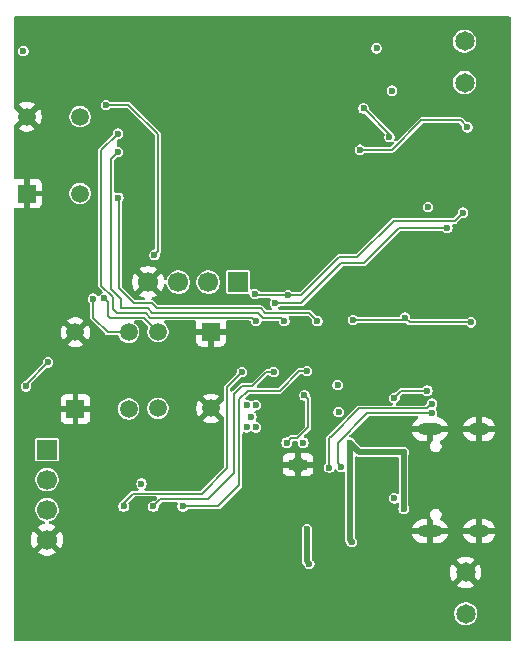
<source format=gbl>
G04 #@! TF.GenerationSoftware,KiCad,Pcbnew,9.0.2*
G04 #@! TF.CreationDate,2025-07-23T09:57:04+02:00*
G04 #@! TF.ProjectId,Capteur_courant_IoT,43617074-6575-4725-9f63-6f7572616e74,rev?*
G04 #@! TF.SameCoordinates,Original*
G04 #@! TF.FileFunction,Copper,L4,Bot*
G04 #@! TF.FilePolarity,Positive*
%FSLAX46Y46*%
G04 Gerber Fmt 4.6, Leading zero omitted, Abs format (unit mm)*
G04 Created by KiCad (PCBNEW 9.0.2) date 2025-07-23 09:57:04*
%MOMM*%
%LPD*%
G01*
G04 APERTURE LIST*
G04 #@! TA.AperFunction,ComponentPad*
%ADD10C,5.600000*%
G04 #@! TD*
G04 #@! TA.AperFunction,ComponentPad*
%ADD11R,1.700000X1.700000*%
G04 #@! TD*
G04 #@! TA.AperFunction,ComponentPad*
%ADD12C,1.700000*%
G04 #@! TD*
G04 #@! TA.AperFunction,ComponentPad*
%ADD13R,1.508000X1.508000*%
G04 #@! TD*
G04 #@! TA.AperFunction,ComponentPad*
%ADD14C,1.508000*%
G04 #@! TD*
G04 #@! TA.AperFunction,ComponentPad*
%ADD15C,1.651000*%
G04 #@! TD*
G04 #@! TA.AperFunction,HeatsinkPad*
%ADD16C,0.600000*%
G04 #@! TD*
G04 #@! TA.AperFunction,SMDPad,CuDef*
%ADD17R,1.600000X0.900000*%
G04 #@! TD*
G04 #@! TA.AperFunction,ComponentPad*
%ADD18O,2.100000X1.000000*%
G04 #@! TD*
G04 #@! TA.AperFunction,ComponentPad*
%ADD19O,1.800000X1.000000*%
G04 #@! TD*
G04 #@! TA.AperFunction,ViaPad*
%ADD20C,0.600000*%
G04 #@! TD*
G04 #@! TA.AperFunction,Conductor*
%ADD21C,0.500000*%
G04 #@! TD*
G04 #@! TA.AperFunction,Conductor*
%ADD22C,0.200000*%
G04 #@! TD*
G04 APERTURE END LIST*
D10*
X127000000Y-95000000D03*
X127000000Y-123000000D03*
D11*
X142180000Y-96000000D03*
D12*
X139640000Y-96000000D03*
X137100000Y-96000000D03*
X134560000Y-96000000D03*
D13*
X128412500Y-106750000D03*
D14*
X128412500Y-100250000D03*
X132912500Y-106750000D03*
X132912500Y-100250000D03*
D10*
X161500000Y-95000000D03*
D15*
X161451200Y-120587400D03*
X161451200Y-124087402D03*
D16*
X146750000Y-111450000D03*
D17*
X147250000Y-111450000D03*
D16*
X147750000Y-111450000D03*
D13*
X139887500Y-100200000D03*
D14*
X139887500Y-106700000D03*
X135387500Y-100200000D03*
X135387500Y-106700000D03*
D13*
X124300000Y-88500000D03*
D14*
X124300000Y-82000000D03*
X128800000Y-88500000D03*
X128800000Y-82000000D03*
D15*
X161351200Y-75605096D03*
X161351200Y-79105098D03*
D16*
X139600000Y-81560000D03*
X139600000Y-82960000D03*
X140300000Y-80860000D03*
X140300000Y-82260000D03*
X140300000Y-83660000D03*
X141000000Y-81560000D03*
X141000000Y-82960000D03*
X141700000Y-80860000D03*
X141700000Y-82260000D03*
X141700000Y-83660000D03*
X142400000Y-81560000D03*
X142400000Y-82960000D03*
D11*
X126000000Y-110190000D03*
D12*
X126000000Y-112730000D03*
X126000000Y-115270000D03*
X126000000Y-117810000D03*
D18*
X158420000Y-117097500D03*
X158420000Y-108457500D03*
D19*
X162600000Y-117097500D03*
X162600000Y-108457500D03*
D20*
X155100000Y-117600000D03*
X123500000Y-77100000D03*
X164400000Y-90800000D03*
X132500000Y-88000000D03*
X131300000Y-126000000D03*
X132500000Y-80300000D03*
X123500000Y-112300000D03*
X132600000Y-89500000D03*
X131500000Y-77400000D03*
X162600000Y-83000000D03*
X147200000Y-117800000D03*
X134000000Y-99600000D03*
X145700000Y-94400000D03*
X134900000Y-83800000D03*
X141700000Y-123700000D03*
X132700000Y-93800000D03*
X127100000Y-77100000D03*
X156700000Y-115927500D03*
X163400000Y-86800000D03*
X155600000Y-98600000D03*
X141100000Y-118100000D03*
X162900000Y-85900000D03*
X138300000Y-99500000D03*
X164900000Y-101300000D03*
X157800000Y-105900000D03*
X156600000Y-109577500D03*
X133300000Y-114800000D03*
X153800000Y-114700000D03*
X160400000Y-82900000D03*
X134900000Y-92900000D03*
X153700000Y-101900000D03*
X147300000Y-119300000D03*
X154269212Y-111930788D03*
X158300000Y-82900000D03*
X126800000Y-100400000D03*
X134300000Y-114500000D03*
X152400000Y-114500000D03*
X132200000Y-73900000D03*
X156900000Y-122300000D03*
X164900000Y-105400000D03*
X126000000Y-106700000D03*
X148100000Y-124800000D03*
X132400000Y-76500000D03*
X151800000Y-119900000D03*
X152200000Y-92000000D03*
X136700000Y-111000000D03*
X132400000Y-84100000D03*
X138400000Y-125900000D03*
X129800000Y-87700000D03*
X138100000Y-94000000D03*
X126500000Y-102000000D03*
X131600000Y-109600000D03*
X127100000Y-73900000D03*
X153800000Y-74101000D03*
X156000000Y-94700000D03*
X124000000Y-74550000D03*
X143400000Y-121100000D03*
X151100000Y-122900000D03*
X139400000Y-119900000D03*
X143400000Y-119200000D03*
X136700000Y-109600000D03*
X132200000Y-75200000D03*
X149500000Y-118900000D03*
X131500000Y-111000000D03*
X132500000Y-78000000D03*
X141100000Y-116600000D03*
X154900000Y-107900000D03*
X164900000Y-95200000D03*
X129800000Y-93300000D03*
X131400000Y-122200000D03*
X148700000Y-93500000D03*
X135400000Y-73900000D03*
X148200000Y-104900000D03*
X158100000Y-102200000D03*
X134100000Y-119900000D03*
X149900000Y-117100000D03*
X134700000Y-123600000D03*
X152400000Y-111800000D03*
X123500000Y-73900000D03*
X149400000Y-96800000D03*
X164800000Y-125500000D03*
X151100000Y-124600000D03*
X147500000Y-104200000D03*
X158600000Y-73900000D03*
X127100000Y-75700000D03*
X164899000Y-82000000D03*
X157500000Y-75900000D03*
X152500000Y-76500000D03*
X156800000Y-126000000D03*
X156200000Y-119000000D03*
X145400000Y-104700000D03*
X147100000Y-126100000D03*
X135400000Y-97400000D03*
X126400000Y-98400000D03*
X156700000Y-102200000D03*
X151400000Y-96700000D03*
X129800000Y-76400000D03*
X145300000Y-124300000D03*
X134200000Y-108200000D03*
X152700000Y-85700000D03*
X147200000Y-116900000D03*
X123600000Y-126000000D03*
X135900000Y-90600000D03*
X123500000Y-103800000D03*
X132400000Y-81600000D03*
X143000000Y-116900000D03*
X123500000Y-86800000D03*
X129300000Y-99000000D03*
X157000000Y-107600000D03*
X154500000Y-105900000D03*
X145000000Y-121700000D03*
X157300000Y-97500000D03*
X144300000Y-104700000D03*
X139200000Y-118100000D03*
X139200000Y-116600000D03*
X135000000Y-75700000D03*
X153700000Y-121200000D03*
X155700000Y-86400000D03*
X130300000Y-113075000D03*
X123500000Y-83400000D03*
X157500000Y-101000000D03*
X150615000Y-102950000D03*
X134200000Y-101000000D03*
X150000000Y-116200000D03*
X127300000Y-104600000D03*
X150600000Y-105500000D03*
X148800000Y-94800000D03*
X156900000Y-92900000D03*
X161200000Y-98800000D03*
X145500000Y-122300000D03*
X130600000Y-81700000D03*
X148800000Y-117100000D03*
X152500000Y-98600000D03*
X123500000Y-90100000D03*
X130000000Y-73800000D03*
X157000000Y-94700000D03*
X159300000Y-105400000D03*
X129900000Y-75200000D03*
X163100000Y-84500000D03*
X144700000Y-114100000D03*
X134300000Y-93700000D03*
X154500000Y-94300000D03*
X160000000Y-100000000D03*
X137500000Y-97400000D03*
X145400000Y-120200000D03*
X124800000Y-102900000D03*
X143800000Y-115500000D03*
X149800000Y-104400000D03*
X164800000Y-74000000D03*
X132500000Y-85600000D03*
X152600000Y-90700000D03*
X143000000Y-114100000D03*
X137900000Y-113075000D03*
X149700000Y-73800000D03*
X138300000Y-122000000D03*
X150000000Y-75700000D03*
X144700000Y-116900000D03*
X156200000Y-115177500D03*
X151651000Y-109600000D03*
X156200000Y-110400000D03*
X151800000Y-118000000D03*
X158200000Y-105200000D03*
X143300000Y-107400000D03*
X147700000Y-109600000D03*
X142900000Y-108300000D03*
X143700000Y-106400000D03*
X142900000Y-106400000D03*
X150615000Y-104700000D03*
X158250000Y-89650000D03*
X155400000Y-105800000D03*
X124000000Y-76450000D03*
X143700000Y-108300000D03*
X155400000Y-114300000D03*
X153900000Y-76200000D03*
X150700000Y-107000000D03*
X155200000Y-79800000D03*
X134000000Y-113075000D03*
X145300000Y-97800000D03*
X159900000Y-91400000D03*
X152800000Y-81300000D03*
X161227000Y-90121528D03*
X146400000Y-97100000D03*
X124226144Y-104826144D03*
X155000000Y-83700000D03*
X126100000Y-102800000D03*
X143600000Y-97000000D03*
X156300000Y-99000000D03*
X161900000Y-99400000D03*
X151900000Y-99200000D03*
X148000000Y-116900000D03*
X148200000Y-119850000D03*
X158600000Y-107100000D03*
X150901000Y-111650000D03*
X158600000Y-106300000D03*
X149900000Y-111700000D03*
X130824265Y-97375735D03*
X143700000Y-99300000D03*
X132000000Y-83430000D03*
X132050000Y-88850000D03*
X148900000Y-99300000D03*
X129900000Y-97401000D03*
X132000000Y-85000000D03*
X146100000Y-99300000D03*
X152500000Y-84800000D03*
X161600000Y-82887500D03*
X146300000Y-109600000D03*
X147800000Y-105600000D03*
X145200000Y-103625000D03*
X135000000Y-115000000D03*
X132500000Y-115000000D03*
X142500000Y-103625000D03*
X137500000Y-115000000D03*
X148000000Y-103525000D03*
X135100000Y-93700000D03*
X131000000Y-81000000D03*
D21*
X156951000Y-109928500D02*
X156951000Y-115676500D01*
X156600000Y-109577500D02*
X156951000Y-109928500D01*
X156951000Y-115676500D02*
X156700000Y-115927500D01*
X151651000Y-117851000D02*
X151800000Y-118000000D01*
X152451000Y-110400000D02*
X151651000Y-109600000D01*
X151651000Y-109600000D02*
X151651000Y-117851000D01*
X156200000Y-110400000D02*
X152451000Y-110400000D01*
X156200000Y-115177500D02*
X156200000Y-110400000D01*
D22*
X156000000Y-105200000D02*
X155400000Y-105800000D01*
X158200000Y-105200000D02*
X156000000Y-105200000D01*
X155800000Y-91400000D02*
X152800000Y-94400000D01*
X147500000Y-97800000D02*
X145300000Y-97800000D01*
X159900000Y-91400000D02*
X155800000Y-91400000D01*
X150900000Y-94400000D02*
X147500000Y-97800000D01*
X152800000Y-94400000D02*
X150900000Y-94400000D01*
X152800000Y-81300000D02*
X155000000Y-83500000D01*
X124226144Y-104826144D02*
X124226144Y-104673856D01*
X143700000Y-97100000D02*
X143600000Y-97000000D01*
X160548528Y-90800000D02*
X161227000Y-90121528D01*
X155000000Y-83500000D02*
X155000000Y-83700000D01*
X146400000Y-97100000D02*
X143700000Y-97100000D01*
X147500000Y-97100000D02*
X150700000Y-93900000D01*
X150700000Y-93900000D02*
X152256944Y-93900000D01*
X155356944Y-90800000D02*
X160548528Y-90800000D01*
X146400000Y-97100000D02*
X147500000Y-97100000D01*
X152256944Y-93900000D02*
X155356944Y-90800000D01*
X124226144Y-104673856D02*
X126100000Y-102800000D01*
X151900000Y-99200000D02*
X156100000Y-99200000D01*
X161900000Y-99400000D02*
X156700000Y-99400000D01*
X156100000Y-99200000D02*
X156300000Y-99000000D01*
X156700000Y-99400000D02*
X156300000Y-99000000D01*
D21*
X148000000Y-119650000D02*
X148200000Y-119850000D01*
X148000000Y-116900000D02*
X148000000Y-119650000D01*
D22*
X150901000Y-111650000D02*
X150600000Y-111349000D01*
X150600000Y-111349000D02*
X150600000Y-109600000D01*
X153100000Y-107100000D02*
X158600000Y-107100000D01*
X150600000Y-109600000D02*
X153100000Y-107100000D01*
X158150057Y-106700000D02*
X153200000Y-106700000D01*
X158550057Y-106300000D02*
X158150057Y-106700000D01*
X153200000Y-106700000D02*
X152400000Y-106700000D01*
X152400000Y-106700000D02*
X150100000Y-109000000D01*
X158600000Y-106300000D02*
X158550057Y-106300000D01*
X149900000Y-109200000D02*
X149900000Y-111700000D01*
X150100000Y-109000000D02*
X149900000Y-109200000D01*
X130824265Y-97375735D02*
X131148533Y-97700003D01*
X131148533Y-97700003D02*
X131148533Y-98848533D01*
X134187500Y-99000000D02*
X135387500Y-100200000D01*
X131300000Y-99000000D02*
X134187500Y-99000000D01*
X131148533Y-98848533D02*
X131300000Y-99000000D01*
X131549533Y-98249533D02*
X131899000Y-98599000D01*
X131899000Y-98599000D02*
X134353600Y-98599000D01*
X134754600Y-99000000D02*
X143400000Y-99000000D01*
X143400000Y-99000000D02*
X143700000Y-99300000D01*
X130600000Y-84830000D02*
X130600000Y-96301527D01*
X131549533Y-97251060D02*
X131549533Y-98249533D01*
X130600000Y-96301527D02*
X131549533Y-97251060D01*
X134353600Y-98599000D02*
X134754600Y-99000000D01*
X132000000Y-83430000D02*
X130600000Y-84830000D01*
X135300000Y-98198000D02*
X144098000Y-98198000D01*
X133397000Y-97797000D02*
X134899000Y-97797000D01*
X144098000Y-98198000D02*
X144500000Y-98600000D01*
X132100000Y-96500000D02*
X133397000Y-97797000D01*
X132100000Y-88900000D02*
X132100000Y-96500000D01*
X148200000Y-98600000D02*
X148900000Y-99300000D01*
X144500000Y-98600000D02*
X148200000Y-98600000D01*
X134899000Y-97797000D02*
X135300000Y-98198000D01*
X132050000Y-88850000D02*
X132100000Y-88900000D01*
X129900000Y-97401000D02*
X129900000Y-99000000D01*
X129900000Y-99000000D02*
X131150000Y-100250000D01*
X131150000Y-100250000D02*
X132912500Y-100250000D01*
X134920700Y-98599000D02*
X134519700Y-98198000D01*
X146100000Y-99300000D02*
X145851057Y-99051057D01*
X134519700Y-98198000D02*
X132300000Y-98198000D01*
X145851057Y-99051057D02*
X144301000Y-99051057D01*
X132300000Y-98198000D02*
X132300000Y-97399000D01*
X131449000Y-85551000D02*
X132000000Y-85000000D01*
X144301000Y-99051057D02*
X143848943Y-98599000D01*
X132300000Y-97399000D02*
X131449000Y-96548000D01*
X131449000Y-96548000D02*
X131449000Y-85551000D01*
X143848943Y-98599000D02*
X134920700Y-98599000D01*
X157700000Y-82300000D02*
X161012500Y-82300000D01*
X161012500Y-82300000D02*
X161600000Y-82887500D01*
X155200000Y-84800000D02*
X157700000Y-82300000D01*
X152500000Y-84800000D02*
X155200000Y-84800000D01*
X147800000Y-105600000D02*
X148100000Y-105900000D01*
X148100000Y-105900000D02*
X148100000Y-108300000D01*
X146700000Y-109200000D02*
X146300000Y-109600000D01*
X148100000Y-108300000D02*
X147200000Y-109200000D01*
X147200000Y-109200000D02*
X146700000Y-109200000D01*
X143400000Y-104800000D02*
X142500000Y-104800000D01*
X135600000Y-114400000D02*
X135000000Y-115000000D01*
X142500000Y-104800000D02*
X141800000Y-105500000D01*
X141800000Y-112200000D02*
X139600000Y-114400000D01*
X144575000Y-103625000D02*
X145200000Y-103625000D01*
X143400000Y-104800000D02*
X144575000Y-103625000D01*
X139600000Y-114400000D02*
X135600000Y-114400000D01*
X141800000Y-105500000D02*
X141800000Y-112200000D01*
X132500000Y-114700000D02*
X133300000Y-113900000D01*
X141250000Y-104875000D02*
X142500000Y-103625000D01*
X139100000Y-113900000D02*
X141250000Y-111750000D01*
X141250000Y-111750000D02*
X141250000Y-104875000D01*
X133300000Y-113900000D02*
X139100000Y-113900000D01*
X132500000Y-115000000D02*
X132500000Y-114700000D01*
X137500000Y-115000000D02*
X140500000Y-115000000D01*
X145699000Y-105201000D02*
X147375000Y-103525000D01*
X142300000Y-113200000D02*
X142300000Y-105900000D01*
X140500000Y-115000000D02*
X142300000Y-113200000D01*
X147375000Y-103525000D02*
X148000000Y-103525000D01*
X142999000Y-105201000D02*
X145699000Y-105201000D01*
X142300000Y-105900000D02*
X142999000Y-105201000D01*
X135400000Y-93400000D02*
X135100000Y-93700000D01*
X131000000Y-81000000D02*
X132900000Y-81000000D01*
X132900000Y-81000000D02*
X135400000Y-83500000D01*
X135400000Y-83500000D02*
X135400000Y-93400000D01*
G04 #@! TA.AperFunction,Conductor*
G36*
X165222539Y-73519685D02*
G01*
X165268294Y-73572489D01*
X165279500Y-73624000D01*
X165279500Y-126275500D01*
X165259815Y-126342539D01*
X165207011Y-126388294D01*
X165155500Y-126399500D01*
X123304500Y-126399500D01*
X123237461Y-126379815D01*
X123191706Y-126327011D01*
X123180500Y-126275500D01*
X123180500Y-124183532D01*
X160475199Y-124183532D01*
X160512706Y-124372085D01*
X160512709Y-124372095D01*
X160586277Y-124549706D01*
X160586278Y-124549708D01*
X160693091Y-124709564D01*
X160693094Y-124709568D01*
X160829033Y-124845507D01*
X160829037Y-124845510D01*
X160988891Y-124952322D01*
X160988892Y-124952322D01*
X160988893Y-124952323D01*
X160988895Y-124952324D01*
X161166506Y-125025892D01*
X161166511Y-125025894D01*
X161166515Y-125025894D01*
X161166516Y-125025895D01*
X161355069Y-125063402D01*
X161355072Y-125063402D01*
X161547330Y-125063402D01*
X161674183Y-125038168D01*
X161735889Y-125025894D01*
X161913509Y-124952322D01*
X162073363Y-124845510D01*
X162209308Y-124709565D01*
X162316120Y-124549711D01*
X162389692Y-124372091D01*
X162427200Y-124183530D01*
X162427200Y-123991274D01*
X162427200Y-123991271D01*
X162389693Y-123802718D01*
X162389692Y-123802717D01*
X162389692Y-123802713D01*
X162316120Y-123625093D01*
X162209308Y-123465239D01*
X162209305Y-123465235D01*
X162073366Y-123329296D01*
X162073362Y-123329293D01*
X161913506Y-123222480D01*
X161913504Y-123222479D01*
X161735893Y-123148911D01*
X161735883Y-123148908D01*
X161547330Y-123111402D01*
X161547328Y-123111402D01*
X161355072Y-123111402D01*
X161355070Y-123111402D01*
X161166516Y-123148908D01*
X161166506Y-123148911D01*
X160988895Y-123222479D01*
X160988893Y-123222480D01*
X160829037Y-123329293D01*
X160829033Y-123329296D01*
X160693094Y-123465235D01*
X160693091Y-123465239D01*
X160586278Y-123625095D01*
X160586277Y-123625097D01*
X160512709Y-123802708D01*
X160512706Y-123802718D01*
X160475200Y-123991271D01*
X160475200Y-123991274D01*
X160475200Y-124183530D01*
X160475200Y-124183532D01*
X160475199Y-124183532D01*
X123180500Y-124183532D01*
X123180500Y-120483075D01*
X160125700Y-120483075D01*
X160125700Y-120691724D01*
X160158337Y-120897789D01*
X160222812Y-121096220D01*
X160317530Y-121282114D01*
X160353468Y-121331576D01*
X160909857Y-120775188D01*
X160918647Y-120807991D01*
X160993887Y-120938309D01*
X161100291Y-121044713D01*
X161230609Y-121119953D01*
X161263411Y-121128742D01*
X160707022Y-121685130D01*
X160707022Y-121685131D01*
X160756485Y-121721069D01*
X160942379Y-121815787D01*
X161140810Y-121880262D01*
X161346876Y-121912900D01*
X161555524Y-121912900D01*
X161761589Y-121880262D01*
X161960020Y-121815787D01*
X162145909Y-121721072D01*
X162195376Y-121685130D01*
X161638988Y-121128742D01*
X161671791Y-121119953D01*
X161802109Y-121044713D01*
X161908513Y-120938309D01*
X161983753Y-120807991D01*
X161992542Y-120775188D01*
X162548930Y-121331576D01*
X162584872Y-121282109D01*
X162679587Y-121096220D01*
X162744062Y-120897789D01*
X162776700Y-120691724D01*
X162776700Y-120483075D01*
X162744062Y-120277010D01*
X162679587Y-120078579D01*
X162584869Y-119892685D01*
X162548930Y-119843222D01*
X161992542Y-120399610D01*
X161983753Y-120366809D01*
X161908513Y-120236491D01*
X161802109Y-120130087D01*
X161671791Y-120054847D01*
X161638988Y-120046057D01*
X162195376Y-119489668D01*
X162195376Y-119489667D01*
X162145914Y-119453730D01*
X161960020Y-119359012D01*
X161761589Y-119294537D01*
X161555524Y-119261900D01*
X161346876Y-119261900D01*
X161140810Y-119294537D01*
X160942379Y-119359012D01*
X160756485Y-119453730D01*
X160707022Y-119489668D01*
X160707021Y-119489668D01*
X161263411Y-120046057D01*
X161230609Y-120054847D01*
X161100291Y-120130087D01*
X160993887Y-120236491D01*
X160918647Y-120366809D01*
X160909857Y-120399610D01*
X160353468Y-119843221D01*
X160353468Y-119843222D01*
X160317530Y-119892685D01*
X160222812Y-120078579D01*
X160158337Y-120277010D01*
X160125700Y-120483075D01*
X123180500Y-120483075D01*
X123180500Y-117703753D01*
X124650000Y-117703753D01*
X124650000Y-117916246D01*
X124683242Y-118126127D01*
X124683242Y-118126130D01*
X124748904Y-118328217D01*
X124845375Y-118517550D01*
X124884728Y-118571716D01*
X125517037Y-117939408D01*
X125534075Y-118002993D01*
X125599901Y-118117007D01*
X125692993Y-118210099D01*
X125807007Y-118275925D01*
X125870590Y-118292962D01*
X125238282Y-118925269D01*
X125238282Y-118925270D01*
X125292449Y-118964624D01*
X125481782Y-119061095D01*
X125683870Y-119126757D01*
X125893754Y-119160000D01*
X126106246Y-119160000D01*
X126316127Y-119126757D01*
X126316130Y-119126757D01*
X126518217Y-119061095D01*
X126707554Y-118964622D01*
X126761716Y-118925270D01*
X126761717Y-118925270D01*
X126129408Y-118292962D01*
X126192993Y-118275925D01*
X126307007Y-118210099D01*
X126400099Y-118117007D01*
X126465925Y-118002993D01*
X126482962Y-117939408D01*
X127115270Y-118571717D01*
X127115270Y-118571716D01*
X127154622Y-118517554D01*
X127251095Y-118328217D01*
X127316757Y-118126130D01*
X127316757Y-118126127D01*
X127350000Y-117916246D01*
X127350000Y-117703753D01*
X127316757Y-117493872D01*
X127316757Y-117493869D01*
X127251095Y-117291782D01*
X127154624Y-117102449D01*
X127115270Y-117048282D01*
X127115269Y-117048282D01*
X126482962Y-117680590D01*
X126465925Y-117617007D01*
X126400099Y-117502993D01*
X126307007Y-117409901D01*
X126192993Y-117344075D01*
X126129409Y-117327037D01*
X126615754Y-116840691D01*
X147549500Y-116840691D01*
X147549500Y-116959309D01*
X147580201Y-117073886D01*
X147582886Y-117078537D01*
X147599500Y-117140537D01*
X147599500Y-119702726D01*
X147626793Y-119804589D01*
X147657235Y-119857316D01*
X147677656Y-119892685D01*
X147679521Y-119895914D01*
X147746717Y-119963109D01*
X147778810Y-120018696D01*
X147780200Y-120023884D01*
X147780200Y-120023885D01*
X147805267Y-120067302D01*
X147839511Y-120126613D01*
X147923387Y-120210489D01*
X148026114Y-120269799D01*
X148140691Y-120300500D01*
X148140694Y-120300500D01*
X148259306Y-120300500D01*
X148259309Y-120300500D01*
X148373886Y-120269799D01*
X148476613Y-120210489D01*
X148560489Y-120126613D01*
X148619799Y-120023886D01*
X148650500Y-119909309D01*
X148650500Y-119790691D01*
X148619799Y-119676114D01*
X148619797Y-119676111D01*
X148619797Y-119676109D01*
X148619796Y-119676108D01*
X148582924Y-119612245D01*
X148582923Y-119612244D01*
X148560489Y-119573387D01*
X148476613Y-119489511D01*
X148447541Y-119472726D01*
X148435510Y-119460327D01*
X148426953Y-119444081D01*
X148414283Y-119430792D01*
X148409439Y-119410827D01*
X148402951Y-119398507D01*
X148403872Y-119387876D01*
X148400500Y-119373975D01*
X148400500Y-117140537D01*
X148417113Y-117078537D01*
X148419799Y-117073886D01*
X148450500Y-116959309D01*
X148450500Y-116840691D01*
X148419799Y-116726114D01*
X148360489Y-116623387D01*
X148276613Y-116539511D01*
X148173886Y-116480201D01*
X148059309Y-116449500D01*
X147940691Y-116449500D01*
X147826114Y-116480201D01*
X147826112Y-116480201D01*
X147826112Y-116480202D01*
X147723387Y-116539511D01*
X147723384Y-116539513D01*
X147639513Y-116623384D01*
X147639511Y-116623387D01*
X147580201Y-116726114D01*
X147549500Y-116840691D01*
X126615754Y-116840691D01*
X126711562Y-116744883D01*
X126761716Y-116694728D01*
X126707550Y-116655375D01*
X126518217Y-116558904D01*
X126316128Y-116493242D01*
X126257411Y-116483942D01*
X126194276Y-116454012D01*
X126157345Y-116394701D01*
X126158343Y-116324838D01*
X126196953Y-116266606D01*
X126252615Y-116239852D01*
X126291835Y-116232051D01*
X126473914Y-116156632D01*
X126637782Y-116047139D01*
X126777139Y-115907782D01*
X126886632Y-115743914D01*
X126962051Y-115561835D01*
X126983478Y-115454115D01*
X127000500Y-115368543D01*
X127000500Y-115171456D01*
X126962052Y-114978170D01*
X126962049Y-114978159D01*
X126946529Y-114940691D01*
X132049500Y-114940691D01*
X132049500Y-115059309D01*
X132080201Y-115173886D01*
X132139511Y-115276613D01*
X132223387Y-115360489D01*
X132326114Y-115419799D01*
X132440691Y-115450500D01*
X132440694Y-115450500D01*
X132559306Y-115450500D01*
X132559309Y-115450500D01*
X132673886Y-115419799D01*
X132776613Y-115360489D01*
X132860489Y-115276613D01*
X132919799Y-115173886D01*
X132950500Y-115059309D01*
X132950500Y-114940691D01*
X132919799Y-114826114D01*
X132897222Y-114787011D01*
X132880750Y-114719112D01*
X132903602Y-114653085D01*
X132916923Y-114637336D01*
X133367441Y-114186819D01*
X133428764Y-114153334D01*
X133455122Y-114150500D01*
X135195877Y-114150500D01*
X135217122Y-114156738D01*
X135239211Y-114158318D01*
X135249994Y-114166390D01*
X135262916Y-114170185D01*
X135277415Y-114186918D01*
X135295144Y-114200190D01*
X135299851Y-114212810D01*
X135308671Y-114222989D01*
X135311822Y-114244906D01*
X135319561Y-114265654D01*
X135316698Y-114278814D01*
X135318615Y-114292147D01*
X135309415Y-114312290D01*
X135304709Y-114333927D01*
X135291439Y-114351653D01*
X135289590Y-114355703D01*
X135283577Y-114362160D01*
X135132555Y-114513183D01*
X135071234Y-114546666D01*
X135044876Y-114549500D01*
X134940691Y-114549500D01*
X134826114Y-114580201D01*
X134826112Y-114580201D01*
X134826112Y-114580202D01*
X134723387Y-114639511D01*
X134723384Y-114639513D01*
X134639513Y-114723384D01*
X134639511Y-114723387D01*
X134580206Y-114826106D01*
X134580201Y-114826114D01*
X134549500Y-114940691D01*
X134549500Y-115059309D01*
X134580201Y-115173886D01*
X134639511Y-115276613D01*
X134723387Y-115360489D01*
X134826114Y-115419799D01*
X134940691Y-115450500D01*
X134940694Y-115450500D01*
X135059306Y-115450500D01*
X135059309Y-115450500D01*
X135173886Y-115419799D01*
X135276613Y-115360489D01*
X135360489Y-115276613D01*
X135419799Y-115173886D01*
X135450500Y-115059309D01*
X135450500Y-114955122D01*
X135470185Y-114888083D01*
X135486819Y-114867441D01*
X135667442Y-114686819D01*
X135728765Y-114653334D01*
X135755123Y-114650500D01*
X136967363Y-114650500D01*
X137034402Y-114670185D01*
X137080157Y-114722989D01*
X137090101Y-114792147D01*
X137081927Y-114821945D01*
X137080203Y-114826106D01*
X137080201Y-114826114D01*
X137049500Y-114940691D01*
X137049500Y-115059309D01*
X137080201Y-115173886D01*
X137139511Y-115276613D01*
X137223387Y-115360489D01*
X137326114Y-115419799D01*
X137440691Y-115450500D01*
X137440694Y-115450500D01*
X137559306Y-115450500D01*
X137559309Y-115450500D01*
X137673886Y-115419799D01*
X137776613Y-115360489D01*
X137850283Y-115286819D01*
X137911606Y-115253334D01*
X137937964Y-115250500D01*
X140549826Y-115250500D01*
X140549828Y-115250500D01*
X140641897Y-115212364D01*
X142512364Y-113341897D01*
X142550500Y-113249828D01*
X142550500Y-113150173D01*
X142550500Y-111947844D01*
X145950000Y-111947844D01*
X145956401Y-112007372D01*
X145956403Y-112007379D01*
X146006645Y-112142086D01*
X146006649Y-112142093D01*
X146092809Y-112257187D01*
X146092812Y-112257190D01*
X146207906Y-112343350D01*
X146207913Y-112343354D01*
X146342620Y-112393596D01*
X146342627Y-112393598D01*
X146402155Y-112399999D01*
X146402172Y-112400000D01*
X147000000Y-112400000D01*
X147000000Y-112053553D01*
X146999999Y-112053552D01*
X147500000Y-112053552D01*
X147500000Y-112400000D01*
X148097828Y-112400000D01*
X148097844Y-112399999D01*
X148157372Y-112393598D01*
X148157379Y-112393596D01*
X148292086Y-112343354D01*
X148292093Y-112343350D01*
X148407187Y-112257190D01*
X148407190Y-112257187D01*
X148493350Y-112142093D01*
X148493354Y-112142086D01*
X148543596Y-112007379D01*
X148543598Y-112007372D01*
X148549999Y-111947844D01*
X148550000Y-111947827D01*
X148550000Y-111700000D01*
X147853553Y-111700000D01*
X147500000Y-112053552D01*
X146999999Y-112053552D01*
X146646446Y-111700000D01*
X145950000Y-111700000D01*
X145950000Y-111947844D01*
X142550500Y-111947844D01*
X142550500Y-111640691D01*
X149449500Y-111640691D01*
X149449500Y-111759309D01*
X149480201Y-111873886D01*
X149539511Y-111976613D01*
X149623387Y-112060489D01*
X149726114Y-112119799D01*
X149840691Y-112150500D01*
X149840694Y-112150500D01*
X149959306Y-112150500D01*
X149959309Y-112150500D01*
X150073886Y-112119799D01*
X150176613Y-112060489D01*
X150260489Y-111976613D01*
X150307547Y-111895107D01*
X150358114Y-111846891D01*
X150426721Y-111833669D01*
X150491586Y-111859637D01*
X150522320Y-111895106D01*
X150540511Y-111926613D01*
X150624387Y-112010489D01*
X150727114Y-112069799D01*
X150841691Y-112100500D01*
X150841694Y-112100500D01*
X150960306Y-112100500D01*
X150960309Y-112100500D01*
X151074886Y-112069799D01*
X151074897Y-112069792D01*
X151079046Y-112068075D01*
X151148515Y-112060606D01*
X151210995Y-112091880D01*
X151246648Y-112151969D01*
X151250500Y-112182636D01*
X151250500Y-117798273D01*
X151250500Y-117903727D01*
X151260404Y-117940691D01*
X151277793Y-118005589D01*
X151304156Y-118051250D01*
X151330520Y-118096913D01*
X151330522Y-118096915D01*
X151346716Y-118113109D01*
X151378808Y-118168691D01*
X151380198Y-118173881D01*
X151380200Y-118173885D01*
X151401109Y-118210099D01*
X151439511Y-118276613D01*
X151523387Y-118360489D01*
X151626114Y-118419799D01*
X151740691Y-118450500D01*
X151740694Y-118450500D01*
X151859306Y-118450500D01*
X151859309Y-118450500D01*
X151973886Y-118419799D01*
X152076613Y-118360489D01*
X152160489Y-118276613D01*
X152219799Y-118173886D01*
X152250500Y-118059309D01*
X152250500Y-117940691D01*
X152219799Y-117826114D01*
X152160489Y-117723387D01*
X152087818Y-117650716D01*
X152073113Y-117623785D01*
X152056523Y-117597970D01*
X152055631Y-117591767D01*
X152054334Y-117589392D01*
X152051500Y-117563035D01*
X152051500Y-116847500D01*
X156900138Y-116847500D01*
X157703012Y-116847500D01*
X157685795Y-116857440D01*
X157629940Y-116913295D01*
X157590444Y-116981704D01*
X157570000Y-117058004D01*
X157570000Y-117136996D01*
X157590444Y-117213296D01*
X157629940Y-117281705D01*
X157685795Y-117337560D01*
X157703012Y-117347500D01*
X156900138Y-117347500D01*
X156908430Y-117389190D01*
X156908430Y-117389192D01*
X156983807Y-117571171D01*
X156983814Y-117571184D01*
X157093248Y-117734962D01*
X157093251Y-117734966D01*
X157232533Y-117874248D01*
X157232537Y-117874251D01*
X157396315Y-117983685D01*
X157396328Y-117983692D01*
X157578306Y-118059069D01*
X157578318Y-118059072D01*
X157771504Y-118097499D01*
X157771508Y-118097500D01*
X158170000Y-118097500D01*
X158170000Y-117397500D01*
X158670000Y-117397500D01*
X158670000Y-118097500D01*
X159068492Y-118097500D01*
X159068495Y-118097499D01*
X159261681Y-118059072D01*
X159261693Y-118059069D01*
X159443671Y-117983692D01*
X159443684Y-117983685D01*
X159607462Y-117874251D01*
X159607466Y-117874248D01*
X159746748Y-117734966D01*
X159746751Y-117734962D01*
X159856185Y-117571184D01*
X159856192Y-117571171D01*
X159931569Y-117389192D01*
X159931569Y-117389190D01*
X159939862Y-117347500D01*
X159136988Y-117347500D01*
X159154205Y-117337560D01*
X159210060Y-117281705D01*
X159249556Y-117213296D01*
X159270000Y-117136996D01*
X159270000Y-117058004D01*
X159249556Y-116981704D01*
X159210060Y-116913295D01*
X159154205Y-116857440D01*
X159136988Y-116847500D01*
X159939862Y-116847500D01*
X161230138Y-116847500D01*
X162033012Y-116847500D01*
X162015795Y-116857440D01*
X161959940Y-116913295D01*
X161920444Y-116981704D01*
X161900000Y-117058004D01*
X161900000Y-117136996D01*
X161920444Y-117213296D01*
X161959940Y-117281705D01*
X162015795Y-117337560D01*
X162033012Y-117347500D01*
X161230138Y-117347500D01*
X161238430Y-117389190D01*
X161238430Y-117389192D01*
X161313807Y-117571171D01*
X161313814Y-117571184D01*
X161423248Y-117734962D01*
X161423251Y-117734966D01*
X161562533Y-117874248D01*
X161562537Y-117874251D01*
X161726315Y-117983685D01*
X161726328Y-117983692D01*
X161908306Y-118059069D01*
X161908318Y-118059072D01*
X162101504Y-118097499D01*
X162101508Y-118097500D01*
X162350000Y-118097500D01*
X162350000Y-117397500D01*
X162850000Y-117397500D01*
X162850000Y-118097500D01*
X163098492Y-118097500D01*
X163098495Y-118097499D01*
X163291681Y-118059072D01*
X163291693Y-118059069D01*
X163473671Y-117983692D01*
X163473684Y-117983685D01*
X163637462Y-117874251D01*
X163637466Y-117874248D01*
X163776748Y-117734966D01*
X163776751Y-117734962D01*
X163886185Y-117571184D01*
X163886192Y-117571171D01*
X163961569Y-117389192D01*
X163961569Y-117389190D01*
X163969862Y-117347500D01*
X163166988Y-117347500D01*
X163184205Y-117337560D01*
X163240060Y-117281705D01*
X163279556Y-117213296D01*
X163300000Y-117136996D01*
X163300000Y-117058004D01*
X163279556Y-116981704D01*
X163240060Y-116913295D01*
X163184205Y-116857440D01*
X163166988Y-116847500D01*
X163969862Y-116847500D01*
X163961569Y-116805809D01*
X163961569Y-116805807D01*
X163886192Y-116623828D01*
X163886185Y-116623815D01*
X163776751Y-116460037D01*
X163776748Y-116460033D01*
X163637466Y-116320751D01*
X163637462Y-116320748D01*
X163473684Y-116211314D01*
X163473671Y-116211307D01*
X163291693Y-116135930D01*
X163291681Y-116135927D01*
X163098495Y-116097500D01*
X162850000Y-116097500D01*
X162850000Y-116797500D01*
X162350000Y-116797500D01*
X162350000Y-116097500D01*
X162101504Y-116097500D01*
X161908318Y-116135927D01*
X161908306Y-116135930D01*
X161726328Y-116211307D01*
X161726315Y-116211314D01*
X161562537Y-116320748D01*
X161562533Y-116320751D01*
X161423251Y-116460033D01*
X161423248Y-116460037D01*
X161313814Y-116623815D01*
X161313807Y-116623828D01*
X161238430Y-116805807D01*
X161238430Y-116805809D01*
X161230138Y-116847500D01*
X159939862Y-116847500D01*
X159931569Y-116805809D01*
X159931569Y-116805807D01*
X159856192Y-116623828D01*
X159856185Y-116623815D01*
X159746751Y-116460037D01*
X159746748Y-116460033D01*
X159607466Y-116320751D01*
X159607462Y-116320748D01*
X159443684Y-116211314D01*
X159443675Y-116211309D01*
X159355801Y-116174911D01*
X159301398Y-116131070D01*
X159279333Y-116064776D01*
X159296612Y-115997077D01*
X159315572Y-115972670D01*
X159316499Y-115971744D01*
X159381733Y-115858756D01*
X159415500Y-115732734D01*
X159415500Y-115602266D01*
X159381733Y-115476244D01*
X159316499Y-115363256D01*
X159224244Y-115271001D01*
X159165017Y-115236806D01*
X159111257Y-115205767D01*
X158992276Y-115173887D01*
X158985234Y-115172000D01*
X158854766Y-115172000D01*
X158728742Y-115205767D01*
X158615756Y-115271001D01*
X158615753Y-115271003D01*
X158523503Y-115363253D01*
X158523501Y-115363256D01*
X158458267Y-115476242D01*
X158424500Y-115602266D01*
X158424500Y-115732733D01*
X158458267Y-115858757D01*
X158486572Y-115907781D01*
X158523501Y-115971744D01*
X158615756Y-116063999D01*
X158615762Y-116064002D01*
X158621484Y-116068393D01*
X158662688Y-116124820D01*
X158670000Y-116166771D01*
X158670000Y-116797500D01*
X158170000Y-116797500D01*
X158170000Y-116097500D01*
X157771504Y-116097500D01*
X157578318Y-116135927D01*
X157578306Y-116135930D01*
X157396328Y-116211307D01*
X157396315Y-116211314D01*
X157232537Y-116320748D01*
X157232533Y-116320751D01*
X157093251Y-116460033D01*
X157093248Y-116460037D01*
X156983814Y-116623815D01*
X156983807Y-116623828D01*
X156908430Y-116805807D01*
X156908430Y-116805809D01*
X156900138Y-116847500D01*
X152051500Y-116847500D01*
X152051500Y-110846581D01*
X152071185Y-110779542D01*
X152123989Y-110733787D01*
X152193147Y-110723843D01*
X152237499Y-110739193D01*
X152296412Y-110773207D01*
X152398273Y-110800500D01*
X155675500Y-110800500D01*
X155742539Y-110820185D01*
X155788294Y-110872989D01*
X155799500Y-110924500D01*
X155799500Y-113795685D01*
X155779815Y-113862724D01*
X155727011Y-113908479D01*
X155657853Y-113918423D01*
X155613499Y-113903072D01*
X155573886Y-113880201D01*
X155459309Y-113849500D01*
X155340691Y-113849500D01*
X155226114Y-113880201D01*
X155226112Y-113880201D01*
X155226112Y-113880202D01*
X155123387Y-113939511D01*
X155123384Y-113939513D01*
X155039513Y-114023384D01*
X155039511Y-114023387D01*
X154980201Y-114126114D01*
X154949500Y-114240691D01*
X154949500Y-114359309D01*
X154980201Y-114473886D01*
X155039511Y-114576613D01*
X155123387Y-114660489D01*
X155226114Y-114719799D01*
X155340691Y-114750500D01*
X155340694Y-114750500D01*
X155459306Y-114750500D01*
X155459309Y-114750500D01*
X155573886Y-114719799D01*
X155613501Y-114696927D01*
X155619400Y-114695495D01*
X155623989Y-114691520D01*
X155652950Y-114687355D01*
X155681397Y-114680454D01*
X155687136Y-114682440D01*
X155693147Y-114681576D01*
X155719768Y-114693733D01*
X155747425Y-114703305D01*
X155751178Y-114708078D01*
X155756703Y-114710601D01*
X155772524Y-114735219D01*
X155790617Y-114758225D01*
X155792034Y-114765577D01*
X155794477Y-114769379D01*
X155799500Y-114804314D01*
X155799500Y-114936961D01*
X155782889Y-114998958D01*
X155780202Y-115003611D01*
X155780201Y-115003612D01*
X155765278Y-115059306D01*
X155749500Y-115118191D01*
X155749500Y-115236809D01*
X155780201Y-115351386D01*
X155839511Y-115454113D01*
X155923387Y-115537989D01*
X156026114Y-115597299D01*
X156140691Y-115628000D01*
X156140694Y-115628000D01*
X156259306Y-115628000D01*
X156259309Y-115628000D01*
X156373886Y-115597299D01*
X156476613Y-115537989D01*
X156560489Y-115454113D01*
X156619799Y-115351386D01*
X156650500Y-115236809D01*
X156650500Y-115118191D01*
X156619799Y-115003614D01*
X156617111Y-114998958D01*
X156600500Y-114936961D01*
X156600500Y-110640537D01*
X156617113Y-110578537D01*
X156619799Y-110573886D01*
X156650500Y-110459309D01*
X156650500Y-110340691D01*
X156619799Y-110226114D01*
X156560489Y-110123387D01*
X156476613Y-110039511D01*
X156373886Y-109980201D01*
X156259309Y-109949500D01*
X156140691Y-109949500D01*
X156071944Y-109967920D01*
X156026112Y-109980201D01*
X156026109Y-109980203D01*
X156021463Y-109982886D01*
X155959462Y-109999500D01*
X152668255Y-109999500D01*
X152638814Y-109990855D01*
X152608828Y-109984332D01*
X152603812Y-109980577D01*
X152601216Y-109979815D01*
X152580574Y-109963181D01*
X152104283Y-109486890D01*
X152072188Y-109431298D01*
X152070799Y-109426114D01*
X152066733Y-109419072D01*
X152011489Y-109323387D01*
X151927613Y-109239511D01*
X151824886Y-109180201D01*
X151710309Y-109149500D01*
X151704122Y-109149500D01*
X151637083Y-109129815D01*
X151591328Y-109077011D01*
X151581384Y-109007853D01*
X151610409Y-108944297D01*
X151616441Y-108937819D01*
X153167441Y-107386819D01*
X153228764Y-107353334D01*
X153255122Y-107350500D01*
X157318015Y-107350500D01*
X157385054Y-107370185D01*
X157430809Y-107422989D01*
X157440753Y-107492147D01*
X157411728Y-107555703D01*
X157386906Y-107577602D01*
X157232537Y-107680748D01*
X157232533Y-107680751D01*
X157093251Y-107820033D01*
X157093248Y-107820037D01*
X156983814Y-107983815D01*
X156983807Y-107983828D01*
X156908430Y-108165807D01*
X156908430Y-108165809D01*
X156900138Y-108207500D01*
X157703012Y-108207500D01*
X157685795Y-108217440D01*
X157629940Y-108273295D01*
X157590444Y-108341704D01*
X157570000Y-108418004D01*
X157570000Y-108496996D01*
X157590444Y-108573296D01*
X157629940Y-108641705D01*
X157685795Y-108697560D01*
X157703012Y-108707500D01*
X156900138Y-108707500D01*
X156908430Y-108749190D01*
X156908430Y-108749192D01*
X156983807Y-108931171D01*
X156983814Y-108931184D01*
X157093248Y-109094962D01*
X157093251Y-109094966D01*
X157232533Y-109234248D01*
X157232537Y-109234251D01*
X157396315Y-109343685D01*
X157396328Y-109343692D01*
X157578306Y-109419069D01*
X157578318Y-109419072D01*
X157771504Y-109457499D01*
X157771508Y-109457500D01*
X158170000Y-109457500D01*
X158170000Y-108757500D01*
X158670000Y-108757500D01*
X158670000Y-109388228D01*
X158650315Y-109455267D01*
X158621489Y-109486602D01*
X158615754Y-109491002D01*
X158523503Y-109583253D01*
X158523501Y-109583256D01*
X158458267Y-109696242D01*
X158435615Y-109780783D01*
X158424500Y-109822266D01*
X158424500Y-109952734D01*
X158432579Y-109982886D01*
X158458267Y-110078757D01*
X158484033Y-110123384D01*
X158523501Y-110191744D01*
X158615756Y-110283999D01*
X158728744Y-110349233D01*
X158854766Y-110383000D01*
X158854768Y-110383000D01*
X158985232Y-110383000D01*
X158985234Y-110383000D01*
X159111256Y-110349233D01*
X159224244Y-110283999D01*
X159316499Y-110191744D01*
X159381733Y-110078756D01*
X159415500Y-109952734D01*
X159415500Y-109822266D01*
X159381733Y-109696244D01*
X159316499Y-109583256D01*
X159315573Y-109582330D01*
X159315043Y-109581359D01*
X159311552Y-109576810D01*
X159312261Y-109576265D01*
X159282088Y-109521007D01*
X159287072Y-109451315D01*
X159328944Y-109395382D01*
X159355802Y-109380087D01*
X159443680Y-109343687D01*
X159443684Y-109343685D01*
X159607462Y-109234251D01*
X159607466Y-109234248D01*
X159746748Y-109094966D01*
X159746751Y-109094962D01*
X159856185Y-108931184D01*
X159856192Y-108931171D01*
X159931569Y-108749192D01*
X159931569Y-108749190D01*
X159939862Y-108707500D01*
X159136988Y-108707500D01*
X159154205Y-108697560D01*
X159210060Y-108641705D01*
X159249556Y-108573296D01*
X159270000Y-108496996D01*
X159270000Y-108418004D01*
X159249556Y-108341704D01*
X159210060Y-108273295D01*
X159154205Y-108217440D01*
X159136988Y-108207500D01*
X159939862Y-108207500D01*
X161230138Y-108207500D01*
X162033012Y-108207500D01*
X162015795Y-108217440D01*
X161959940Y-108273295D01*
X161920444Y-108341704D01*
X161900000Y-108418004D01*
X161900000Y-108496996D01*
X161920444Y-108573296D01*
X161959940Y-108641705D01*
X162015795Y-108697560D01*
X162033012Y-108707500D01*
X161230138Y-108707500D01*
X161238430Y-108749190D01*
X161238430Y-108749192D01*
X161313807Y-108931171D01*
X161313814Y-108931184D01*
X161423248Y-109094962D01*
X161423251Y-109094966D01*
X161562533Y-109234248D01*
X161562537Y-109234251D01*
X161726315Y-109343685D01*
X161726328Y-109343692D01*
X161908306Y-109419069D01*
X161908318Y-109419072D01*
X162101504Y-109457499D01*
X162101508Y-109457500D01*
X162350000Y-109457500D01*
X162350000Y-108757500D01*
X162850000Y-108757500D01*
X162850000Y-109457500D01*
X163098492Y-109457500D01*
X163098495Y-109457499D01*
X163291681Y-109419072D01*
X163291693Y-109419069D01*
X163473671Y-109343692D01*
X163473684Y-109343685D01*
X163637462Y-109234251D01*
X163637466Y-109234248D01*
X163776748Y-109094966D01*
X163776751Y-109094962D01*
X163886185Y-108931184D01*
X163886192Y-108931171D01*
X163961569Y-108749192D01*
X163961569Y-108749190D01*
X163969862Y-108707500D01*
X163166988Y-108707500D01*
X163184205Y-108697560D01*
X163240060Y-108641705D01*
X163279556Y-108573296D01*
X163300000Y-108496996D01*
X163300000Y-108418004D01*
X163279556Y-108341704D01*
X163240060Y-108273295D01*
X163184205Y-108217440D01*
X163166988Y-108207500D01*
X163969862Y-108207500D01*
X163961569Y-108165809D01*
X163961569Y-108165807D01*
X163886192Y-107983828D01*
X163886185Y-107983815D01*
X163776751Y-107820037D01*
X163776748Y-107820033D01*
X163637466Y-107680751D01*
X163637462Y-107680748D01*
X163473684Y-107571314D01*
X163473671Y-107571307D01*
X163291693Y-107495930D01*
X163291681Y-107495927D01*
X163098495Y-107457500D01*
X162850000Y-107457500D01*
X162850000Y-108157500D01*
X162350000Y-108157500D01*
X162350000Y-107457500D01*
X162101504Y-107457500D01*
X161908318Y-107495927D01*
X161908306Y-107495930D01*
X161726328Y-107571307D01*
X161726315Y-107571314D01*
X161562537Y-107680748D01*
X161562533Y-107680751D01*
X161423251Y-107820033D01*
X161423248Y-107820037D01*
X161313814Y-107983815D01*
X161313807Y-107983828D01*
X161238430Y-108165807D01*
X161238430Y-108165809D01*
X161230138Y-108207500D01*
X159939862Y-108207500D01*
X159931569Y-108165809D01*
X159931569Y-108165807D01*
X159856192Y-107983828D01*
X159856185Y-107983815D01*
X159746751Y-107820037D01*
X159746748Y-107820033D01*
X159607466Y-107680751D01*
X159607462Y-107680748D01*
X159443684Y-107571314D01*
X159443671Y-107571307D01*
X159261693Y-107495930D01*
X159261681Y-107495927D01*
X159099442Y-107463656D01*
X159037531Y-107431272D01*
X159002957Y-107370556D01*
X159006696Y-107300786D01*
X159016247Y-107280036D01*
X159019799Y-107273886D01*
X159050500Y-107159309D01*
X159050500Y-107040691D01*
X159019799Y-106926114D01*
X158960489Y-106823387D01*
X158924783Y-106787681D01*
X158891298Y-106726358D01*
X158896282Y-106656666D01*
X158924783Y-106612319D01*
X158935800Y-106601302D01*
X158960489Y-106576613D01*
X159019799Y-106473886D01*
X159050500Y-106359309D01*
X159050500Y-106240691D01*
X159019799Y-106126114D01*
X158960489Y-106023387D01*
X158876613Y-105939511D01*
X158773886Y-105880201D01*
X158659309Y-105849500D01*
X158540691Y-105849500D01*
X158426114Y-105880201D01*
X158426112Y-105880201D01*
X158426112Y-105880202D01*
X158323387Y-105939511D01*
X158323384Y-105939513D01*
X158239513Y-106023384D01*
X158239511Y-106023387D01*
X158208780Y-106076615D01*
X158180201Y-106126114D01*
X158149500Y-106240691D01*
X158149500Y-106240693D01*
X158149500Y-106294934D01*
X158140855Y-106324374D01*
X158134332Y-106354361D01*
X158130577Y-106359376D01*
X158129815Y-106361973D01*
X158113181Y-106382615D01*
X158082615Y-106413181D01*
X158021292Y-106446666D01*
X157994934Y-106449500D01*
X155638807Y-106449500D01*
X155571768Y-106429815D01*
X155526013Y-106377011D01*
X155516069Y-106307853D01*
X155545094Y-106244297D01*
X155576806Y-106218113D01*
X155676613Y-106160489D01*
X155760489Y-106076613D01*
X155819799Y-105973886D01*
X155850500Y-105859309D01*
X155850500Y-105755122D01*
X155870185Y-105688083D01*
X155886819Y-105667441D01*
X156067442Y-105486819D01*
X156128765Y-105453334D01*
X156155123Y-105450500D01*
X157762036Y-105450500D01*
X157829075Y-105470185D01*
X157849717Y-105486819D01*
X157923387Y-105560489D01*
X158026114Y-105619799D01*
X158140691Y-105650500D01*
X158140694Y-105650500D01*
X158259306Y-105650500D01*
X158259309Y-105650500D01*
X158373886Y-105619799D01*
X158476613Y-105560489D01*
X158560489Y-105476613D01*
X158619799Y-105373886D01*
X158650500Y-105259309D01*
X158650500Y-105140691D01*
X158619799Y-105026114D01*
X158560489Y-104923387D01*
X158476613Y-104839511D01*
X158373886Y-104780201D01*
X158259309Y-104749500D01*
X158140691Y-104749500D01*
X158026114Y-104780201D01*
X158026112Y-104780201D01*
X158026112Y-104780202D01*
X157923387Y-104839511D01*
X157923384Y-104839513D01*
X157849717Y-104913181D01*
X157788394Y-104946666D01*
X157762036Y-104949500D01*
X155950170Y-104949500D01*
X155858102Y-104987636D01*
X155532557Y-105313181D01*
X155471234Y-105346666D01*
X155444876Y-105349500D01*
X155340691Y-105349500D01*
X155226114Y-105380201D01*
X155226112Y-105380201D01*
X155226112Y-105380202D01*
X155123387Y-105439511D01*
X155123384Y-105439513D01*
X155039513Y-105523384D01*
X155039511Y-105523387D01*
X155018091Y-105560488D01*
X154980201Y-105626114D01*
X154949500Y-105740691D01*
X154949500Y-105859309D01*
X154980201Y-105973886D01*
X155039511Y-106076613D01*
X155123387Y-106160489D01*
X155223194Y-106218113D01*
X155271409Y-106268681D01*
X155284631Y-106337288D01*
X155258663Y-106402152D01*
X155201749Y-106442680D01*
X155161193Y-106449500D01*
X152350170Y-106449500D01*
X152258102Y-106487636D01*
X152258101Y-106487637D01*
X151069126Y-107676613D01*
X149887636Y-108858103D01*
X149887635Y-108858104D01*
X149758103Y-108987635D01*
X149758103Y-108987636D01*
X149740663Y-109005076D01*
X149687636Y-109058103D01*
X149649500Y-109150170D01*
X149649500Y-111262035D01*
X149629815Y-111329074D01*
X149613182Y-111349716D01*
X149539511Y-111423387D01*
X149480201Y-111526114D01*
X149449500Y-111640691D01*
X142550500Y-111640691D01*
X142550500Y-111425136D01*
X146625000Y-111425136D01*
X146625000Y-111474864D01*
X146644030Y-111520807D01*
X146679193Y-111555970D01*
X146725136Y-111575000D01*
X146774864Y-111575000D01*
X146820807Y-111555970D01*
X146855970Y-111520807D01*
X146875000Y-111474864D01*
X146875000Y-111425136D01*
X147625000Y-111425136D01*
X147625000Y-111474864D01*
X147644030Y-111520807D01*
X147679193Y-111555970D01*
X147725136Y-111575000D01*
X147774864Y-111575000D01*
X147820807Y-111555970D01*
X147855970Y-111520807D01*
X147875000Y-111474864D01*
X147875000Y-111425136D01*
X147855970Y-111379193D01*
X147820807Y-111344030D01*
X147774864Y-111325000D01*
X147725136Y-111325000D01*
X147679193Y-111344030D01*
X147644030Y-111379193D01*
X147625000Y-111425136D01*
X146875000Y-111425136D01*
X146855970Y-111379193D01*
X146820807Y-111344030D01*
X146774864Y-111325000D01*
X146725136Y-111325000D01*
X146679193Y-111344030D01*
X146644030Y-111379193D01*
X146625000Y-111425136D01*
X142550500Y-111425136D01*
X142550500Y-110952155D01*
X145950000Y-110952155D01*
X145950000Y-111200000D01*
X146646446Y-111200000D01*
X146646446Y-111199999D01*
X146999999Y-110846446D01*
X147500000Y-110846446D01*
X147853554Y-111200000D01*
X148550000Y-111200000D01*
X148550000Y-110952172D01*
X148549999Y-110952155D01*
X148543598Y-110892627D01*
X148543596Y-110892620D01*
X148493354Y-110757913D01*
X148493350Y-110757906D01*
X148407190Y-110642812D01*
X148407187Y-110642809D01*
X148292093Y-110556649D01*
X148292086Y-110556645D01*
X148157379Y-110506403D01*
X148157372Y-110506401D01*
X148097844Y-110500000D01*
X147500000Y-110500000D01*
X147500000Y-110846446D01*
X146999999Y-110846446D01*
X147000000Y-110846445D01*
X147000000Y-110500000D01*
X146402155Y-110500000D01*
X146342627Y-110506401D01*
X146342620Y-110506403D01*
X146207913Y-110556645D01*
X146207906Y-110556649D01*
X146092812Y-110642809D01*
X146092809Y-110642812D01*
X146006649Y-110757906D01*
X146006645Y-110757913D01*
X145956403Y-110892620D01*
X145956401Y-110892627D01*
X145950000Y-110952155D01*
X142550500Y-110952155D01*
X142550500Y-109540691D01*
X145849500Y-109540691D01*
X145849500Y-109659309D01*
X145880201Y-109773886D01*
X145939511Y-109876613D01*
X146023387Y-109960489D01*
X146126114Y-110019799D01*
X146240691Y-110050500D01*
X146240694Y-110050500D01*
X146359306Y-110050500D01*
X146359309Y-110050500D01*
X146473886Y-110019799D01*
X146576613Y-109960489D01*
X146660489Y-109876613D01*
X146719799Y-109773886D01*
X146750500Y-109659309D01*
X146750500Y-109574500D01*
X146770185Y-109507461D01*
X146822989Y-109461706D01*
X146874500Y-109450500D01*
X147125500Y-109450500D01*
X147192539Y-109470185D01*
X147238294Y-109522989D01*
X147249500Y-109574500D01*
X147249500Y-109659309D01*
X147280201Y-109773886D01*
X147339511Y-109876613D01*
X147423387Y-109960489D01*
X147526114Y-110019799D01*
X147640691Y-110050500D01*
X147640694Y-110050500D01*
X147759306Y-110050500D01*
X147759309Y-110050500D01*
X147873886Y-110019799D01*
X147976613Y-109960489D01*
X148060489Y-109876613D01*
X148119799Y-109773886D01*
X148150500Y-109659309D01*
X148150500Y-109540691D01*
X148119799Y-109426114D01*
X148060489Y-109323387D01*
X147976613Y-109239511D01*
X147873886Y-109180201D01*
X147844873Y-109172427D01*
X147785215Y-109136063D01*
X147754686Y-109073216D01*
X147762981Y-109003840D01*
X147789288Y-108964972D01*
X147921624Y-108832636D01*
X148312364Y-108441897D01*
X148350500Y-108349828D01*
X148350500Y-108250172D01*
X148350500Y-106940691D01*
X150249500Y-106940691D01*
X150249500Y-107059309D01*
X150280201Y-107173886D01*
X150339511Y-107276613D01*
X150423387Y-107360489D01*
X150526114Y-107419799D01*
X150640691Y-107450500D01*
X150640694Y-107450500D01*
X150759306Y-107450500D01*
X150759309Y-107450500D01*
X150873886Y-107419799D01*
X150976613Y-107360489D01*
X151060489Y-107276613D01*
X151119799Y-107173886D01*
X151150500Y-107059309D01*
X151150500Y-106940691D01*
X151119799Y-106826114D01*
X151060489Y-106723387D01*
X150976613Y-106639511D01*
X150873886Y-106580201D01*
X150759309Y-106549500D01*
X150640691Y-106549500D01*
X150526114Y-106580201D01*
X150526112Y-106580201D01*
X150526112Y-106580202D01*
X150423387Y-106639511D01*
X150423384Y-106639513D01*
X150339513Y-106723384D01*
X150339511Y-106723387D01*
X150289845Y-106809411D01*
X150280201Y-106826114D01*
X150249500Y-106940691D01*
X148350500Y-106940691D01*
X148350500Y-105850172D01*
X148312364Y-105758103D01*
X148286819Y-105732558D01*
X148253334Y-105671235D01*
X148250500Y-105644877D01*
X148250500Y-105540693D01*
X148250500Y-105540691D01*
X148219799Y-105426114D01*
X148160489Y-105323387D01*
X148076613Y-105239511D01*
X147973886Y-105180201D01*
X147859309Y-105149500D01*
X147740691Y-105149500D01*
X147626114Y-105180201D01*
X147626112Y-105180201D01*
X147626112Y-105180202D01*
X147523387Y-105239511D01*
X147523384Y-105239513D01*
X147439513Y-105323384D01*
X147439511Y-105323387D01*
X147406709Y-105380202D01*
X147380201Y-105426114D01*
X147349500Y-105540691D01*
X147349500Y-105659309D01*
X147380201Y-105773886D01*
X147439511Y-105876613D01*
X147523387Y-105960489D01*
X147626114Y-106019799D01*
X147740691Y-106050500D01*
X147740699Y-106050500D01*
X147741676Y-106050629D01*
X147742446Y-106050969D01*
X147748542Y-106052603D01*
X147748287Y-106053553D01*
X147805574Y-106078890D01*
X147844050Y-106137212D01*
X147849500Y-106173569D01*
X147849500Y-108144877D01*
X147829815Y-108211916D01*
X147813181Y-108232558D01*
X147132558Y-108913181D01*
X147071235Y-108946666D01*
X147044877Y-108949500D01*
X146749827Y-108949500D01*
X146650172Y-108949500D01*
X146650170Y-108949500D01*
X146650168Y-108949501D01*
X146558106Y-108987633D01*
X146558103Y-108987636D01*
X146432555Y-109113182D01*
X146371234Y-109146666D01*
X146344876Y-109149500D01*
X146240691Y-109149500D01*
X146126114Y-109180201D01*
X146126112Y-109180201D01*
X146126112Y-109180202D01*
X146023387Y-109239511D01*
X146023384Y-109239513D01*
X145939513Y-109323384D01*
X145939511Y-109323387D01*
X145880201Y-109426114D01*
X145849500Y-109540691D01*
X142550500Y-109540691D01*
X142550500Y-108832636D01*
X142570185Y-108765597D01*
X142622989Y-108719842D01*
X142692147Y-108709898D01*
X142721954Y-108718075D01*
X142726105Y-108719793D01*
X142726114Y-108719799D01*
X142840691Y-108750500D01*
X142840694Y-108750500D01*
X142959306Y-108750500D01*
X142959309Y-108750500D01*
X143073886Y-108719799D01*
X143176613Y-108660489D01*
X143212319Y-108624783D01*
X143273642Y-108591298D01*
X143343334Y-108596282D01*
X143387681Y-108624783D01*
X143423387Y-108660489D01*
X143526114Y-108719799D01*
X143640691Y-108750500D01*
X143640694Y-108750500D01*
X143759306Y-108750500D01*
X143759309Y-108750500D01*
X143873886Y-108719799D01*
X143976613Y-108660489D01*
X144060489Y-108576613D01*
X144119799Y-108473886D01*
X144150500Y-108359309D01*
X144150500Y-108240691D01*
X144119799Y-108126114D01*
X144060489Y-108023387D01*
X143976613Y-107939511D01*
X143873886Y-107880201D01*
X143759309Y-107849500D01*
X143759307Y-107849500D01*
X143758690Y-107849419D01*
X143758207Y-107849205D01*
X143751458Y-107847397D01*
X143751740Y-107846344D01*
X143694795Y-107821150D01*
X143656326Y-107762824D01*
X143655497Y-107692959D01*
X143667490Y-107664485D01*
X143719799Y-107573886D01*
X143750500Y-107459309D01*
X143750500Y-107340691D01*
X143719799Y-107226114D01*
X143660489Y-107123387D01*
X143599283Y-107062181D01*
X143565798Y-107000858D01*
X143570782Y-106931166D01*
X143612654Y-106875233D01*
X143678118Y-106850816D01*
X143686964Y-106850500D01*
X143759306Y-106850500D01*
X143759309Y-106850500D01*
X143873886Y-106819799D01*
X143976613Y-106760489D01*
X144060489Y-106676613D01*
X144119799Y-106573886D01*
X144150500Y-106459309D01*
X144150500Y-106340691D01*
X144119799Y-106226114D01*
X144060489Y-106123387D01*
X143976613Y-106039511D01*
X143873886Y-105980201D01*
X143759309Y-105949500D01*
X143640691Y-105949500D01*
X143526114Y-105980201D01*
X143526112Y-105980201D01*
X143526112Y-105980202D01*
X143423387Y-106039511D01*
X143423384Y-106039513D01*
X143387681Y-106075217D01*
X143326358Y-106108702D01*
X143256666Y-106103718D01*
X143212319Y-106075217D01*
X143176615Y-106039513D01*
X143176613Y-106039511D01*
X143073886Y-105980201D01*
X142959309Y-105949500D01*
X142904123Y-105949500D01*
X142837084Y-105929815D01*
X142791329Y-105877011D01*
X142781385Y-105807853D01*
X142810410Y-105744297D01*
X142816442Y-105737819D01*
X143066442Y-105487819D01*
X143127765Y-105454334D01*
X143154123Y-105451500D01*
X145748826Y-105451500D01*
X145748828Y-105451500D01*
X145840897Y-105413364D01*
X146613569Y-104640691D01*
X150164500Y-104640691D01*
X150164500Y-104759309D01*
X150195201Y-104873886D01*
X150254511Y-104976613D01*
X150338387Y-105060489D01*
X150441114Y-105119799D01*
X150555691Y-105150500D01*
X150555694Y-105150500D01*
X150674306Y-105150500D01*
X150674309Y-105150500D01*
X150788886Y-105119799D01*
X150891613Y-105060489D01*
X150975489Y-104976613D01*
X151034799Y-104873886D01*
X151065500Y-104759309D01*
X151065500Y-104640691D01*
X151034799Y-104526114D01*
X150975489Y-104423387D01*
X150891613Y-104339511D01*
X150788886Y-104280201D01*
X150674309Y-104249500D01*
X150555691Y-104249500D01*
X150441114Y-104280201D01*
X150441112Y-104280201D01*
X150441112Y-104280202D01*
X150338387Y-104339511D01*
X150338384Y-104339513D01*
X150254513Y-104423384D01*
X150254511Y-104423387D01*
X150195201Y-104526114D01*
X150164500Y-104640691D01*
X146613569Y-104640691D01*
X147442441Y-103811818D01*
X147469368Y-103797115D01*
X147495187Y-103780523D01*
X147501387Y-103779631D01*
X147503764Y-103778334D01*
X147530122Y-103775500D01*
X147562036Y-103775500D01*
X147629075Y-103795185D01*
X147649717Y-103811819D01*
X147723387Y-103885489D01*
X147826114Y-103944799D01*
X147940691Y-103975500D01*
X147940694Y-103975500D01*
X148059306Y-103975500D01*
X148059309Y-103975500D01*
X148173886Y-103944799D01*
X148276613Y-103885489D01*
X148360489Y-103801613D01*
X148419799Y-103698886D01*
X148450500Y-103584309D01*
X148450500Y-103465691D01*
X148419799Y-103351114D01*
X148360489Y-103248387D01*
X148276613Y-103164511D01*
X148173886Y-103105201D01*
X148059309Y-103074500D01*
X147940691Y-103074500D01*
X147826114Y-103105201D01*
X147826112Y-103105201D01*
X147826112Y-103105202D01*
X147723387Y-103164511D01*
X147723384Y-103164513D01*
X147649717Y-103238181D01*
X147588394Y-103271666D01*
X147562036Y-103274500D01*
X147325170Y-103274500D01*
X147233102Y-103312636D01*
X147233101Y-103312637D01*
X145631558Y-104914181D01*
X145570235Y-104947666D01*
X145543877Y-104950500D01*
X143903123Y-104950500D01*
X143836084Y-104930815D01*
X143790329Y-104878011D01*
X143780385Y-104808853D01*
X143809410Y-104745297D01*
X143815442Y-104738819D01*
X144642441Y-103911819D01*
X144669368Y-103897115D01*
X144695187Y-103880523D01*
X144701387Y-103879631D01*
X144703764Y-103878334D01*
X144730122Y-103875500D01*
X144762036Y-103875500D01*
X144829075Y-103895185D01*
X144849717Y-103911819D01*
X144923387Y-103985489D01*
X145026114Y-104044799D01*
X145140691Y-104075500D01*
X145140694Y-104075500D01*
X145259306Y-104075500D01*
X145259309Y-104075500D01*
X145373886Y-104044799D01*
X145476613Y-103985489D01*
X145560489Y-103901613D01*
X145619799Y-103798886D01*
X145650500Y-103684309D01*
X145650500Y-103565691D01*
X145619799Y-103451114D01*
X145560489Y-103348387D01*
X145476613Y-103264511D01*
X145373886Y-103205201D01*
X145259309Y-103174500D01*
X145140691Y-103174500D01*
X145026114Y-103205201D01*
X145026112Y-103205201D01*
X145026112Y-103205202D01*
X144923387Y-103264511D01*
X144923384Y-103264513D01*
X144849717Y-103338181D01*
X144788394Y-103371666D01*
X144762036Y-103374500D01*
X144525170Y-103374500D01*
X144433102Y-103412636D01*
X144433101Y-103412637D01*
X143332558Y-104513181D01*
X143271235Y-104546666D01*
X143244877Y-104549500D01*
X142450170Y-104549500D01*
X142358102Y-104587636D01*
X142358101Y-104587637D01*
X141712181Y-105233558D01*
X141692744Y-105244170D01*
X141676011Y-105258671D01*
X141662679Y-105260587D01*
X141650858Y-105267043D01*
X141628771Y-105265463D01*
X141606853Y-105268615D01*
X141594601Y-105263019D01*
X141581166Y-105262059D01*
X141563439Y-105248788D01*
X141543297Y-105239590D01*
X141536014Y-105228258D01*
X141525233Y-105220187D01*
X141517495Y-105199441D01*
X141505523Y-105180812D01*
X141502371Y-105158893D01*
X141500816Y-105154723D01*
X141500500Y-105145877D01*
X141500500Y-105030121D01*
X141520185Y-104963082D01*
X141536815Y-104942444D01*
X142367440Y-104111818D01*
X142428763Y-104078334D01*
X142455121Y-104075500D01*
X142559306Y-104075500D01*
X142559309Y-104075500D01*
X142673886Y-104044799D01*
X142776613Y-103985489D01*
X142860489Y-103901613D01*
X142919799Y-103798886D01*
X142950500Y-103684309D01*
X142950500Y-103565691D01*
X142919799Y-103451114D01*
X142860489Y-103348387D01*
X142776613Y-103264511D01*
X142673886Y-103205201D01*
X142559309Y-103174500D01*
X142440691Y-103174500D01*
X142326114Y-103205201D01*
X142326112Y-103205201D01*
X142326112Y-103205202D01*
X142223387Y-103264511D01*
X142223384Y-103264513D01*
X142139513Y-103348384D01*
X142139511Y-103348387D01*
X142119468Y-103383103D01*
X142080201Y-103451114D01*
X142049500Y-103565691D01*
X142049500Y-103565693D01*
X142049500Y-103669876D01*
X142029815Y-103736915D01*
X142013181Y-103757557D01*
X141090661Y-104680076D01*
X141090662Y-104680077D01*
X141037636Y-104733103D01*
X140999500Y-104825170D01*
X140999500Y-105890189D01*
X140979815Y-105957228D01*
X140963181Y-105977870D01*
X140370462Y-106570589D01*
X140353425Y-106507007D01*
X140287599Y-106392993D01*
X140194507Y-106299901D01*
X140080493Y-106234075D01*
X140016909Y-106217037D01*
X140580489Y-105653457D01*
X140544739Y-105627483D01*
X140368873Y-105537873D01*
X140181146Y-105476876D01*
X139986197Y-105446000D01*
X139788803Y-105446000D01*
X139593853Y-105476876D01*
X139406126Y-105537873D01*
X139230262Y-105627482D01*
X139230260Y-105627483D01*
X139194510Y-105653456D01*
X139194510Y-105653457D01*
X139758091Y-106217037D01*
X139694507Y-106234075D01*
X139580493Y-106299901D01*
X139487401Y-106392993D01*
X139421575Y-106507007D01*
X139404537Y-106570590D01*
X138840957Y-106007010D01*
X138840956Y-106007010D01*
X138814983Y-106042760D01*
X138814982Y-106042762D01*
X138725373Y-106218626D01*
X138664376Y-106406353D01*
X138633500Y-106601302D01*
X138633500Y-106798697D01*
X138664376Y-106993646D01*
X138725373Y-107181373D01*
X138814983Y-107357239D01*
X138840957Y-107392988D01*
X138840957Y-107392989D01*
X139404537Y-106829409D01*
X139421575Y-106892993D01*
X139487401Y-107007007D01*
X139580493Y-107100099D01*
X139694507Y-107165925D01*
X139758090Y-107182962D01*
X139194509Y-107746541D01*
X139194510Y-107746542D01*
X139230255Y-107772512D01*
X139230268Y-107772520D01*
X139406126Y-107862126D01*
X139593853Y-107923123D01*
X139788803Y-107954000D01*
X139986197Y-107954000D01*
X140181146Y-107923123D01*
X140368873Y-107862126D01*
X140544741Y-107772516D01*
X140580488Y-107746543D01*
X140580488Y-107746541D01*
X140016910Y-107182962D01*
X140080493Y-107165925D01*
X140194507Y-107100099D01*
X140287599Y-107007007D01*
X140353425Y-106892993D01*
X140370462Y-106829409D01*
X140963181Y-107422128D01*
X140996666Y-107483451D01*
X140999500Y-107509809D01*
X140999500Y-111594877D01*
X140979815Y-111661916D01*
X140963181Y-111682558D01*
X139032558Y-113613181D01*
X138971235Y-113646666D01*
X138944877Y-113649500D01*
X134361964Y-113649500D01*
X134294925Y-113629815D01*
X134249170Y-113577011D01*
X134239226Y-113507853D01*
X134268251Y-113444297D01*
X134274283Y-113437819D01*
X134276613Y-113435489D01*
X134360489Y-113351613D01*
X134419799Y-113248886D01*
X134450500Y-113134309D01*
X134450500Y-113015691D01*
X134419799Y-112901114D01*
X134360489Y-112798387D01*
X134276613Y-112714511D01*
X134173886Y-112655201D01*
X134059309Y-112624500D01*
X133940691Y-112624500D01*
X133826114Y-112655201D01*
X133826112Y-112655201D01*
X133826112Y-112655202D01*
X133723387Y-112714511D01*
X133723384Y-112714513D01*
X133639513Y-112798384D01*
X133639511Y-112798387D01*
X133580201Y-112901114D01*
X133549500Y-113015691D01*
X133549500Y-113134309D01*
X133580201Y-113248886D01*
X133639511Y-113351613D01*
X133639513Y-113351615D01*
X133725717Y-113437819D01*
X133759202Y-113499142D01*
X133754218Y-113568834D01*
X133712346Y-113624767D01*
X133646882Y-113649184D01*
X133638036Y-113649500D01*
X133250170Y-113649500D01*
X133158102Y-113687636D01*
X133158101Y-113687637D01*
X133115239Y-113730500D01*
X133087636Y-113758103D01*
X133087635Y-113758104D01*
X132719625Y-114126114D01*
X132340662Y-114505076D01*
X132287637Y-114558100D01*
X132287634Y-114558104D01*
X132279616Y-114577461D01*
X132235773Y-114631863D01*
X132227065Y-114637387D01*
X132223387Y-114639510D01*
X132139510Y-114723387D01*
X132080202Y-114826112D01*
X132080201Y-114826114D01*
X132049500Y-114940691D01*
X126946529Y-114940691D01*
X126886635Y-114796092D01*
X126886628Y-114796079D01*
X126777139Y-114632218D01*
X126777136Y-114632214D01*
X126637785Y-114492863D01*
X126637781Y-114492860D01*
X126473920Y-114383371D01*
X126473907Y-114383364D01*
X126291839Y-114307950D01*
X126291829Y-114307947D01*
X126098543Y-114269500D01*
X126098541Y-114269500D01*
X125901459Y-114269500D01*
X125901457Y-114269500D01*
X125708170Y-114307947D01*
X125708160Y-114307950D01*
X125526092Y-114383364D01*
X125526079Y-114383371D01*
X125362218Y-114492860D01*
X125362214Y-114492863D01*
X125222863Y-114632214D01*
X125222860Y-114632218D01*
X125113371Y-114796079D01*
X125113364Y-114796092D01*
X125037950Y-114978160D01*
X125037947Y-114978170D01*
X124999500Y-115171456D01*
X124999500Y-115171459D01*
X124999500Y-115368541D01*
X124999500Y-115368543D01*
X124999499Y-115368543D01*
X125037947Y-115561829D01*
X125037950Y-115561839D01*
X125113364Y-115743907D01*
X125113371Y-115743920D01*
X125222860Y-115907781D01*
X125222863Y-115907785D01*
X125362214Y-116047136D01*
X125362218Y-116047139D01*
X125526079Y-116156628D01*
X125526092Y-116156635D01*
X125658084Y-116211307D01*
X125708165Y-116232051D01*
X125728491Y-116236094D01*
X125747381Y-116239852D01*
X125809292Y-116272237D01*
X125843866Y-116332952D01*
X125840127Y-116402722D01*
X125799261Y-116459394D01*
X125742589Y-116483942D01*
X125683870Y-116493242D01*
X125683869Y-116493242D01*
X125481782Y-116558904D01*
X125292439Y-116655380D01*
X125238282Y-116694727D01*
X125238282Y-116694728D01*
X125870591Y-117327037D01*
X125807007Y-117344075D01*
X125692993Y-117409901D01*
X125599901Y-117502993D01*
X125534075Y-117617007D01*
X125517037Y-117680591D01*
X124884728Y-117048282D01*
X124884727Y-117048282D01*
X124845380Y-117102439D01*
X124748904Y-117291782D01*
X124683242Y-117493869D01*
X124683242Y-117493872D01*
X124650000Y-117703753D01*
X123180500Y-117703753D01*
X123180500Y-112828543D01*
X124999499Y-112828543D01*
X125037947Y-113021829D01*
X125037950Y-113021839D01*
X125113364Y-113203907D01*
X125113371Y-113203920D01*
X125222860Y-113367781D01*
X125222863Y-113367785D01*
X125362214Y-113507136D01*
X125362218Y-113507139D01*
X125526079Y-113616628D01*
X125526092Y-113616635D01*
X125708160Y-113692049D01*
X125708165Y-113692051D01*
X125708169Y-113692051D01*
X125708170Y-113692052D01*
X125901456Y-113730500D01*
X125901459Y-113730500D01*
X126098543Y-113730500D01*
X126228582Y-113704632D01*
X126291835Y-113692051D01*
X126473914Y-113616632D01*
X126637782Y-113507139D01*
X126777139Y-113367782D01*
X126886632Y-113203914D01*
X126962051Y-113021835D01*
X127000500Y-112828541D01*
X127000500Y-112631459D01*
X127000500Y-112631456D01*
X126962052Y-112438170D01*
X126962051Y-112438169D01*
X126962051Y-112438165D01*
X126943590Y-112393596D01*
X126886635Y-112256092D01*
X126886628Y-112256079D01*
X126777139Y-112092218D01*
X126777136Y-112092214D01*
X126637785Y-111952863D01*
X126637781Y-111952860D01*
X126473920Y-111843371D01*
X126473907Y-111843364D01*
X126291839Y-111767950D01*
X126291829Y-111767947D01*
X126098543Y-111729500D01*
X126098541Y-111729500D01*
X125901459Y-111729500D01*
X125901457Y-111729500D01*
X125708170Y-111767947D01*
X125708160Y-111767950D01*
X125526092Y-111843364D01*
X125526079Y-111843371D01*
X125362218Y-111952860D01*
X125362214Y-111952863D01*
X125222863Y-112092214D01*
X125222860Y-112092218D01*
X125113371Y-112256079D01*
X125113364Y-112256092D01*
X125037950Y-112438160D01*
X125037947Y-112438170D01*
X124999500Y-112631456D01*
X124999500Y-112631459D01*
X124999500Y-112828541D01*
X124999500Y-112828543D01*
X124999499Y-112828543D01*
X123180500Y-112828543D01*
X123180500Y-111054822D01*
X124999499Y-111054822D01*
X125008231Y-111098717D01*
X125008232Y-111098721D01*
X125008233Y-111098722D01*
X125041496Y-111148504D01*
X125091278Y-111181767D01*
X125091281Y-111181767D01*
X125091282Y-111181768D01*
X125135177Y-111190500D01*
X125135180Y-111190500D01*
X126864822Y-111190500D01*
X126908717Y-111181768D01*
X126908717Y-111181767D01*
X126908722Y-111181767D01*
X126958504Y-111148504D01*
X126991767Y-111098722D01*
X127000500Y-111054820D01*
X127000500Y-109325180D01*
X127000500Y-109325177D01*
X126991768Y-109281282D01*
X126991767Y-109281281D01*
X126991767Y-109281278D01*
X126958504Y-109231496D01*
X126955975Y-109229806D01*
X126908724Y-109198234D01*
X126908717Y-109198231D01*
X126864822Y-109189500D01*
X126864820Y-109189500D01*
X125135180Y-109189500D01*
X125135178Y-109189500D01*
X125091282Y-109198231D01*
X125091275Y-109198234D01*
X125041496Y-109231495D01*
X125041495Y-109231496D01*
X125008234Y-109281275D01*
X125008231Y-109281282D01*
X124999500Y-109325177D01*
X124999500Y-109325180D01*
X124999500Y-111054820D01*
X124999500Y-111054822D01*
X124999499Y-111054822D01*
X123180500Y-111054822D01*
X123180500Y-105948155D01*
X127158500Y-105948155D01*
X127158500Y-106500000D01*
X127979488Y-106500000D01*
X127946575Y-106557007D01*
X127912500Y-106684174D01*
X127912500Y-106815826D01*
X127946575Y-106942993D01*
X127979488Y-107000000D01*
X127158500Y-107000000D01*
X127158500Y-107551844D01*
X127164901Y-107611372D01*
X127164903Y-107611379D01*
X127215145Y-107746086D01*
X127215149Y-107746093D01*
X127301309Y-107861187D01*
X127301312Y-107861190D01*
X127416406Y-107947350D01*
X127416413Y-107947354D01*
X127551120Y-107997596D01*
X127551127Y-107997598D01*
X127610655Y-108003999D01*
X127610672Y-108004000D01*
X128162500Y-108004000D01*
X128162500Y-107183012D01*
X128219507Y-107215925D01*
X128346674Y-107250000D01*
X128478326Y-107250000D01*
X128605493Y-107215925D01*
X128662500Y-107183012D01*
X128662500Y-108004000D01*
X129214328Y-108004000D01*
X129214344Y-108003999D01*
X129273872Y-107997598D01*
X129273879Y-107997596D01*
X129408586Y-107947354D01*
X129408593Y-107947350D01*
X129523687Y-107861190D01*
X129523690Y-107861187D01*
X129609850Y-107746093D01*
X129609854Y-107746086D01*
X129660096Y-107611379D01*
X129660098Y-107611372D01*
X129666499Y-107551844D01*
X129666500Y-107551827D01*
X129666500Y-107000000D01*
X128845512Y-107000000D01*
X128878425Y-106942993D01*
X128906267Y-106839087D01*
X132007999Y-106839087D01*
X132042758Y-107013827D01*
X132042760Y-107013833D01*
X132110942Y-107178439D01*
X132209930Y-107326587D01*
X132335912Y-107452569D01*
X132335915Y-107452571D01*
X132484059Y-107551557D01*
X132648667Y-107619740D01*
X132648671Y-107619740D01*
X132648672Y-107619741D01*
X132823412Y-107654500D01*
X132823415Y-107654500D01*
X133001587Y-107654500D01*
X133119149Y-107631114D01*
X133176333Y-107619740D01*
X133340941Y-107551557D01*
X133489085Y-107452571D01*
X133615071Y-107326585D01*
X133714057Y-107178441D01*
X133782240Y-107013833D01*
X133799689Y-106926112D01*
X133817000Y-106839087D01*
X133817000Y-106789087D01*
X134482999Y-106789087D01*
X134517758Y-106963827D01*
X134517760Y-106963833D01*
X134583849Y-107123387D01*
X134585943Y-107128441D01*
X134604159Y-107155703D01*
X134684930Y-107276587D01*
X134810912Y-107402569D01*
X134810915Y-107402571D01*
X134959059Y-107501557D01*
X135123667Y-107569740D01*
X135123671Y-107569740D01*
X135123672Y-107569741D01*
X135298412Y-107604500D01*
X135298415Y-107604500D01*
X135476587Y-107604500D01*
X135611494Y-107577665D01*
X135643455Y-107571307D01*
X135651333Y-107569740D01*
X135815941Y-107501557D01*
X135964085Y-107402571D01*
X136090071Y-107276585D01*
X136189057Y-107128441D01*
X136257240Y-106963833D01*
X136283805Y-106830283D01*
X136292000Y-106789087D01*
X136292000Y-106610914D01*
X136291999Y-106610911D01*
X136291455Y-106608178D01*
X136257240Y-106436167D01*
X136189057Y-106271559D01*
X136090071Y-106123415D01*
X136090069Y-106123412D01*
X135964087Y-105997430D01*
X135862893Y-105929815D01*
X135815941Y-105898443D01*
X135792226Y-105888620D01*
X135651333Y-105830260D01*
X135651327Y-105830258D01*
X135611484Y-105822333D01*
X135476587Y-105795500D01*
X135476585Y-105795500D01*
X135298415Y-105795500D01*
X135298413Y-105795500D01*
X135123672Y-105830258D01*
X135123666Y-105830260D01*
X134959060Y-105898442D01*
X134810912Y-105997430D01*
X134684930Y-106123412D01*
X134585942Y-106271560D01*
X134517760Y-106436166D01*
X134517758Y-106436172D01*
X134483000Y-106610912D01*
X134483000Y-106610914D01*
X134483000Y-106610915D01*
X134483000Y-106789085D01*
X134483000Y-106789087D01*
X134482999Y-106789087D01*
X133817000Y-106789087D01*
X133817000Y-106660912D01*
X133810655Y-106629015D01*
X133782241Y-106486172D01*
X133782240Y-106486171D01*
X133782240Y-106486167D01*
X133714057Y-106321559D01*
X133615071Y-106173415D01*
X133615069Y-106173412D01*
X133489087Y-106047430D01*
X133388472Y-105980202D01*
X133340941Y-105948443D01*
X133319377Y-105939511D01*
X133176333Y-105880260D01*
X133176327Y-105880258D01*
X133001587Y-105845500D01*
X133001585Y-105845500D01*
X132823415Y-105845500D01*
X132823413Y-105845500D01*
X132648672Y-105880258D01*
X132648666Y-105880260D01*
X132484060Y-105948442D01*
X132335912Y-106047430D01*
X132209930Y-106173412D01*
X132110942Y-106321560D01*
X132042760Y-106486166D01*
X132042758Y-106486172D01*
X132008000Y-106660912D01*
X132008000Y-106660915D01*
X132008000Y-106839085D01*
X132008000Y-106839087D01*
X132007999Y-106839087D01*
X128906267Y-106839087D01*
X128912500Y-106815826D01*
X128912500Y-106684174D01*
X128878425Y-106557007D01*
X128845512Y-106500000D01*
X129666500Y-106500000D01*
X129666500Y-105948172D01*
X129666499Y-105948155D01*
X129660098Y-105888627D01*
X129660096Y-105888620D01*
X129609854Y-105753913D01*
X129609850Y-105753906D01*
X129523690Y-105638812D01*
X129523687Y-105638809D01*
X129408593Y-105552649D01*
X129408586Y-105552645D01*
X129273879Y-105502403D01*
X129273872Y-105502401D01*
X129214344Y-105496000D01*
X128662500Y-105496000D01*
X128662500Y-106316988D01*
X128605493Y-106284075D01*
X128478326Y-106250000D01*
X128346674Y-106250000D01*
X128219507Y-106284075D01*
X128162500Y-106316988D01*
X128162500Y-105496000D01*
X127610655Y-105496000D01*
X127551127Y-105502401D01*
X127551120Y-105502403D01*
X127416413Y-105552645D01*
X127416406Y-105552649D01*
X127301312Y-105638809D01*
X127301309Y-105638812D01*
X127215149Y-105753906D01*
X127215145Y-105753913D01*
X127164903Y-105888620D01*
X127164901Y-105888627D01*
X127158500Y-105948155D01*
X123180500Y-105948155D01*
X123180500Y-104766835D01*
X123775644Y-104766835D01*
X123775644Y-104885453D01*
X123806345Y-105000030D01*
X123865655Y-105102757D01*
X123949531Y-105186633D01*
X124052258Y-105245943D01*
X124166835Y-105276644D01*
X124166838Y-105276644D01*
X124285450Y-105276644D01*
X124285453Y-105276644D01*
X124400030Y-105245943D01*
X124502757Y-105186633D01*
X124586633Y-105102757D01*
X124645943Y-105000030D01*
X124676644Y-104885453D01*
X124676644Y-104766835D01*
X124655186Y-104686753D01*
X124656849Y-104616903D01*
X124687278Y-104566981D01*
X125967440Y-103286818D01*
X126028763Y-103253334D01*
X126055121Y-103250500D01*
X126159306Y-103250500D01*
X126159309Y-103250500D01*
X126273886Y-103219799D01*
X126376613Y-103160489D01*
X126460489Y-103076613D01*
X126519799Y-102973886D01*
X126550500Y-102859309D01*
X126550500Y-102740691D01*
X126519799Y-102626114D01*
X126460489Y-102523387D01*
X126376613Y-102439511D01*
X126273886Y-102380201D01*
X126159309Y-102349500D01*
X126040691Y-102349500D01*
X125926114Y-102380201D01*
X125926112Y-102380201D01*
X125926112Y-102380202D01*
X125823387Y-102439511D01*
X125823384Y-102439513D01*
X125739513Y-102523384D01*
X125739511Y-102523387D01*
X125680201Y-102626114D01*
X125649500Y-102740691D01*
X125649500Y-102740693D01*
X125649500Y-102844877D01*
X125629815Y-102911916D01*
X125613181Y-102932558D01*
X124194782Y-104350956D01*
X124139196Y-104383049D01*
X124052258Y-104406345D01*
X124052257Y-104406345D01*
X124052255Y-104406346D01*
X123949531Y-104465655D01*
X123949528Y-104465657D01*
X123865657Y-104549528D01*
X123865655Y-104549531D01*
X123806345Y-104652258D01*
X123775644Y-104766835D01*
X123180500Y-104766835D01*
X123180500Y-100151302D01*
X127158500Y-100151302D01*
X127158500Y-100348697D01*
X127189376Y-100543646D01*
X127250373Y-100731373D01*
X127339983Y-100907239D01*
X127365957Y-100942988D01*
X127365957Y-100942989D01*
X127929537Y-100379409D01*
X127946575Y-100442993D01*
X128012401Y-100557007D01*
X128105493Y-100650099D01*
X128219507Y-100715925D01*
X128283090Y-100732962D01*
X127719509Y-101296541D01*
X127719510Y-101296542D01*
X127755255Y-101322512D01*
X127755268Y-101322520D01*
X127931126Y-101412126D01*
X128118853Y-101473123D01*
X128313803Y-101504000D01*
X128511197Y-101504000D01*
X128706146Y-101473123D01*
X128893873Y-101412126D01*
X129069741Y-101322516D01*
X129105488Y-101296543D01*
X129105488Y-101296541D01*
X128541910Y-100732962D01*
X128605493Y-100715925D01*
X128719507Y-100650099D01*
X128812599Y-100557007D01*
X128878425Y-100442993D01*
X128895462Y-100379409D01*
X129459041Y-100942988D01*
X129459043Y-100942988D01*
X129485016Y-100907241D01*
X129574626Y-100731373D01*
X129635623Y-100543646D01*
X129666500Y-100348697D01*
X129666500Y-100151302D01*
X129635623Y-99956353D01*
X129574626Y-99768626D01*
X129485020Y-99592768D01*
X129485012Y-99592755D01*
X129459042Y-99557010D01*
X129459041Y-99557009D01*
X128895462Y-100120589D01*
X128878425Y-100057007D01*
X128812599Y-99942993D01*
X128719507Y-99849901D01*
X128605493Y-99784075D01*
X128541909Y-99767037D01*
X129105489Y-99203457D01*
X129069739Y-99177483D01*
X128893873Y-99087873D01*
X128706146Y-99026876D01*
X128511197Y-98996000D01*
X128313803Y-98996000D01*
X128118853Y-99026876D01*
X127931126Y-99087873D01*
X127755262Y-99177482D01*
X127755260Y-99177483D01*
X127719510Y-99203456D01*
X127719510Y-99203457D01*
X128283091Y-99767037D01*
X128219507Y-99784075D01*
X128105493Y-99849901D01*
X128012401Y-99942993D01*
X127946575Y-100057007D01*
X127929537Y-100120590D01*
X127365957Y-99557010D01*
X127365956Y-99557010D01*
X127339983Y-99592760D01*
X127339982Y-99592762D01*
X127250373Y-99768626D01*
X127189376Y-99956353D01*
X127158500Y-100151302D01*
X123180500Y-100151302D01*
X123180500Y-97341691D01*
X129449500Y-97341691D01*
X129449500Y-97460309D01*
X129480201Y-97574886D01*
X129539511Y-97677613D01*
X129539513Y-97677615D01*
X129613181Y-97751283D01*
X129646666Y-97812606D01*
X129649500Y-97838964D01*
X129649500Y-98950172D01*
X129649500Y-99049828D01*
X129687635Y-99141895D01*
X129687636Y-99141896D01*
X129687636Y-99141897D01*
X130930565Y-100384825D01*
X130930568Y-100384829D01*
X130937636Y-100391897D01*
X131008103Y-100462364D01*
X131100172Y-100500500D01*
X131954383Y-100500500D01*
X132021422Y-100520185D01*
X132067177Y-100572989D01*
X132068944Y-100577047D01*
X132110942Y-100678439D01*
X132209930Y-100826587D01*
X132335912Y-100952569D01*
X132335915Y-100952571D01*
X132484059Y-101051557D01*
X132648667Y-101119740D01*
X132648671Y-101119740D01*
X132648672Y-101119741D01*
X132823412Y-101154500D01*
X132823415Y-101154500D01*
X133001587Y-101154500D01*
X133119149Y-101131114D01*
X133176333Y-101119740D01*
X133340941Y-101051557D01*
X133489085Y-100952571D01*
X133615071Y-100826585D01*
X133714057Y-100678441D01*
X133782240Y-100513833D01*
X133806495Y-100391897D01*
X133817000Y-100339087D01*
X133817000Y-100160912D01*
X133782241Y-99986172D01*
X133782240Y-99986171D01*
X133782240Y-99986167D01*
X133714057Y-99821559D01*
X133615071Y-99673415D01*
X133615069Y-99673412D01*
X133489087Y-99547430D01*
X133384582Y-99477603D01*
X133339776Y-99423990D01*
X133331069Y-99354666D01*
X133361223Y-99291638D01*
X133420666Y-99254918D01*
X133453472Y-99250500D01*
X134032377Y-99250500D01*
X134099416Y-99270185D01*
X134120058Y-99286819D01*
X134532878Y-99699639D01*
X134566363Y-99760962D01*
X134561379Y-99830654D01*
X134559758Y-99834772D01*
X134517761Y-99936162D01*
X134517758Y-99936172D01*
X134483000Y-100110912D01*
X134483000Y-100110915D01*
X134483000Y-100289085D01*
X134483000Y-100289087D01*
X134482999Y-100289087D01*
X134517758Y-100463827D01*
X134517760Y-100463833D01*
X134585943Y-100628441D01*
X134610989Y-100665925D01*
X134684930Y-100776587D01*
X134810912Y-100902569D01*
X134810915Y-100902571D01*
X134959059Y-101001557D01*
X135123667Y-101069740D01*
X135123671Y-101069740D01*
X135123672Y-101069741D01*
X135298412Y-101104500D01*
X135298415Y-101104500D01*
X135476587Y-101104500D01*
X135594149Y-101081114D01*
X135651333Y-101069740D01*
X135815941Y-101001557D01*
X135964085Y-100902571D01*
X136090071Y-100776585D01*
X136189057Y-100628441D01*
X136257240Y-100463833D01*
X136261665Y-100441585D01*
X136275021Y-100374446D01*
X136275021Y-100374445D01*
X136291999Y-100289089D01*
X136292000Y-100289087D01*
X136292000Y-100110912D01*
X136257241Y-99936172D01*
X136257240Y-99936171D01*
X136257240Y-99936167D01*
X136189057Y-99771559D01*
X136090071Y-99623415D01*
X136090069Y-99623412D01*
X135964088Y-99497431D01*
X135964080Y-99497425D01*
X135934413Y-99477602D01*
X135889607Y-99423990D01*
X135880900Y-99354665D01*
X135911054Y-99291638D01*
X135970497Y-99254918D01*
X136003303Y-99250500D01*
X138511330Y-99250500D01*
X138578369Y-99270185D01*
X138624124Y-99322989D01*
X138634619Y-99387755D01*
X138633501Y-99398153D01*
X138633500Y-99398172D01*
X138633500Y-99950000D01*
X139454488Y-99950000D01*
X139421575Y-100007007D01*
X139387500Y-100134174D01*
X139387500Y-100265826D01*
X139421575Y-100392993D01*
X139454488Y-100450000D01*
X138633500Y-100450000D01*
X138633500Y-101001844D01*
X138639901Y-101061372D01*
X138639903Y-101061379D01*
X138690145Y-101196086D01*
X138690149Y-101196093D01*
X138776309Y-101311187D01*
X138776312Y-101311190D01*
X138891406Y-101397350D01*
X138891413Y-101397354D01*
X139026120Y-101447596D01*
X139026127Y-101447598D01*
X139085655Y-101453999D01*
X139085672Y-101454000D01*
X139637500Y-101454000D01*
X139637500Y-100633012D01*
X139694507Y-100665925D01*
X139821674Y-100700000D01*
X139953326Y-100700000D01*
X140080493Y-100665925D01*
X140137500Y-100633012D01*
X140137500Y-101454000D01*
X140689328Y-101454000D01*
X140689344Y-101453999D01*
X140748872Y-101447598D01*
X140748879Y-101447596D01*
X140883586Y-101397354D01*
X140883593Y-101397350D01*
X140998687Y-101311190D01*
X140998690Y-101311187D01*
X141084850Y-101196093D01*
X141084854Y-101196086D01*
X141135096Y-101061379D01*
X141135098Y-101061372D01*
X141141499Y-101001844D01*
X141141500Y-101001827D01*
X141141500Y-100450000D01*
X140320512Y-100450000D01*
X140353425Y-100392993D01*
X140387500Y-100265826D01*
X140387500Y-100134174D01*
X140353425Y-100007007D01*
X140320512Y-99950000D01*
X141141500Y-99950000D01*
X141141500Y-99398172D01*
X141141498Y-99398153D01*
X141140381Y-99387755D01*
X141152786Y-99318996D01*
X141200396Y-99267858D01*
X141263670Y-99250500D01*
X143126430Y-99250500D01*
X143193469Y-99270185D01*
X143239224Y-99322989D01*
X143249369Y-99358311D01*
X143249500Y-99359306D01*
X143249500Y-99359309D01*
X143280201Y-99473886D01*
X143339511Y-99576613D01*
X143423387Y-99660489D01*
X143526114Y-99719799D01*
X143640691Y-99750500D01*
X143640694Y-99750500D01*
X143759306Y-99750500D01*
X143759309Y-99750500D01*
X143873886Y-99719799D01*
X143976613Y-99660489D01*
X144060489Y-99576613D01*
X144119799Y-99473886D01*
X144141348Y-99393461D01*
X144177713Y-99333803D01*
X144240560Y-99303274D01*
X144261123Y-99301557D01*
X144350828Y-99301557D01*
X145538877Y-99301557D01*
X145605916Y-99321242D01*
X145651671Y-99374046D01*
X145658650Y-99393458D01*
X145680201Y-99473886D01*
X145739511Y-99576613D01*
X145823387Y-99660489D01*
X145926114Y-99719799D01*
X146040691Y-99750500D01*
X146040694Y-99750500D01*
X146159306Y-99750500D01*
X146159309Y-99750500D01*
X146273886Y-99719799D01*
X146376613Y-99660489D01*
X146460489Y-99576613D01*
X146519799Y-99473886D01*
X146550500Y-99359309D01*
X146550500Y-99240691D01*
X146519799Y-99126114D01*
X146468059Y-99036499D01*
X146451587Y-98968601D01*
X146474439Y-98902574D01*
X146529360Y-98859383D01*
X146575447Y-98850500D01*
X148044877Y-98850500D01*
X148111916Y-98870185D01*
X148132558Y-98886819D01*
X148413181Y-99167442D01*
X148446666Y-99228765D01*
X148449500Y-99255123D01*
X148449500Y-99359309D01*
X148480201Y-99473886D01*
X148539511Y-99576613D01*
X148623387Y-99660489D01*
X148726114Y-99719799D01*
X148840691Y-99750500D01*
X148840694Y-99750500D01*
X148959306Y-99750500D01*
X148959309Y-99750500D01*
X149073886Y-99719799D01*
X149176613Y-99660489D01*
X149260489Y-99576613D01*
X149319799Y-99473886D01*
X149350500Y-99359309D01*
X149350500Y-99240691D01*
X149323705Y-99140691D01*
X151449500Y-99140691D01*
X151449500Y-99259309D01*
X151480201Y-99373886D01*
X151539511Y-99476613D01*
X151623387Y-99560489D01*
X151726114Y-99619799D01*
X151840691Y-99650500D01*
X151840694Y-99650500D01*
X151959306Y-99650500D01*
X151959309Y-99650500D01*
X152073886Y-99619799D01*
X152176613Y-99560489D01*
X152250283Y-99486819D01*
X152311606Y-99453334D01*
X152337964Y-99450500D01*
X156149827Y-99450500D01*
X156149828Y-99450500D01*
X156149828Y-99450499D01*
X156161806Y-99448117D01*
X156162019Y-99449192D01*
X156200745Y-99442564D01*
X156213670Y-99443259D01*
X156240691Y-99450500D01*
X156348214Y-99450500D01*
X156351540Y-99450679D01*
X156381469Y-99461244D01*
X156411916Y-99470185D01*
X156415909Y-99473402D01*
X156417425Y-99473938D01*
X156418848Y-99475771D01*
X156432558Y-99486819D01*
X156558103Y-99612364D01*
X156650172Y-99650500D01*
X156749827Y-99650500D01*
X161462036Y-99650500D01*
X161529075Y-99670185D01*
X161549717Y-99686819D01*
X161623387Y-99760489D01*
X161726114Y-99819799D01*
X161840691Y-99850500D01*
X161840694Y-99850500D01*
X161959306Y-99850500D01*
X161959309Y-99850500D01*
X162073886Y-99819799D01*
X162176613Y-99760489D01*
X162260489Y-99676613D01*
X162319799Y-99573886D01*
X162350500Y-99459309D01*
X162350500Y-99340691D01*
X162319799Y-99226114D01*
X162260489Y-99123387D01*
X162176613Y-99039511D01*
X162073886Y-98980201D01*
X161959309Y-98949500D01*
X161840691Y-98949500D01*
X161726114Y-98980201D01*
X161726112Y-98980201D01*
X161726112Y-98980202D01*
X161623387Y-99039511D01*
X161623384Y-99039513D01*
X161549717Y-99113181D01*
X161488394Y-99146666D01*
X161462036Y-99149500D01*
X156874500Y-99149500D01*
X156807461Y-99129815D01*
X156761706Y-99077011D01*
X156750500Y-99025500D01*
X156750500Y-98940693D01*
X156750500Y-98940691D01*
X156719799Y-98826114D01*
X156660489Y-98723387D01*
X156576613Y-98639511D01*
X156473886Y-98580201D01*
X156359309Y-98549500D01*
X156240691Y-98549500D01*
X156126114Y-98580201D01*
X156126112Y-98580201D01*
X156126112Y-98580202D01*
X156023387Y-98639511D01*
X156023384Y-98639513D01*
X155939513Y-98723384D01*
X155939511Y-98723387D01*
X155880201Y-98826113D01*
X155880201Y-98826114D01*
X155871766Y-98857593D01*
X155835403Y-98917253D01*
X155772556Y-98947783D01*
X155751992Y-98949500D01*
X152337964Y-98949500D01*
X152270925Y-98929815D01*
X152250283Y-98913181D01*
X152176615Y-98839513D01*
X152176613Y-98839511D01*
X152073886Y-98780201D01*
X151959309Y-98749500D01*
X151840691Y-98749500D01*
X151726114Y-98780201D01*
X151726112Y-98780201D01*
X151726112Y-98780202D01*
X151623387Y-98839511D01*
X151623384Y-98839513D01*
X151539513Y-98923384D01*
X151539511Y-98923387D01*
X151506709Y-98980202D01*
X151480201Y-99026114D01*
X151449500Y-99140691D01*
X149323705Y-99140691D01*
X149319799Y-99126114D01*
X149260489Y-99023387D01*
X149176613Y-98939511D01*
X149073886Y-98880201D01*
X148959309Y-98849500D01*
X148855123Y-98849500D01*
X148788084Y-98829815D01*
X148767442Y-98813181D01*
X148341897Y-98387636D01*
X148249829Y-98349500D01*
X148249828Y-98349500D01*
X145686964Y-98349500D01*
X145665718Y-98343261D01*
X145643630Y-98341682D01*
X145632846Y-98333609D01*
X145619925Y-98329815D01*
X145605425Y-98313081D01*
X145587697Y-98299810D01*
X145582989Y-98287189D01*
X145574170Y-98277011D01*
X145571018Y-98255093D01*
X145563280Y-98234346D01*
X145566142Y-98221185D01*
X145564226Y-98207853D01*
X145573425Y-98187709D01*
X145578132Y-98166073D01*
X145591400Y-98148347D01*
X145593251Y-98144297D01*
X145599283Y-98137819D01*
X145650283Y-98086819D01*
X145711606Y-98053334D01*
X145737964Y-98050500D01*
X147549826Y-98050500D01*
X147549828Y-98050500D01*
X147641897Y-98012364D01*
X150967442Y-94686819D01*
X151028765Y-94653334D01*
X151055123Y-94650500D01*
X152849826Y-94650500D01*
X152849828Y-94650500D01*
X152941897Y-94612364D01*
X155867441Y-91686818D01*
X155928764Y-91653334D01*
X155955122Y-91650500D01*
X159462036Y-91650500D01*
X159529075Y-91670185D01*
X159549717Y-91686819D01*
X159623387Y-91760489D01*
X159726114Y-91819799D01*
X159840691Y-91850500D01*
X159840694Y-91850500D01*
X159959306Y-91850500D01*
X159959309Y-91850500D01*
X160073886Y-91819799D01*
X160176613Y-91760489D01*
X160260489Y-91676613D01*
X160319799Y-91573886D01*
X160350500Y-91459309D01*
X160350500Y-91340691D01*
X160319799Y-91226114D01*
X160319797Y-91226111D01*
X160319796Y-91226106D01*
X160318073Y-91221945D01*
X160310609Y-91152476D01*
X160341887Y-91089998D01*
X160401979Y-91054350D01*
X160432637Y-91050500D01*
X160598354Y-91050500D01*
X160598356Y-91050500D01*
X160690425Y-91012364D01*
X161094441Y-90608346D01*
X161155764Y-90574862D01*
X161182122Y-90572028D01*
X161286306Y-90572028D01*
X161286309Y-90572028D01*
X161400886Y-90541327D01*
X161503613Y-90482017D01*
X161587489Y-90398141D01*
X161646799Y-90295414D01*
X161677500Y-90180837D01*
X161677500Y-90062219D01*
X161646799Y-89947642D01*
X161587489Y-89844915D01*
X161503613Y-89761039D01*
X161400886Y-89701729D01*
X161286309Y-89671028D01*
X161167691Y-89671028D01*
X161053114Y-89701729D01*
X161053112Y-89701729D01*
X161053112Y-89701730D01*
X160950387Y-89761039D01*
X160950384Y-89761041D01*
X160866513Y-89844912D01*
X160866511Y-89844915D01*
X160807201Y-89947642D01*
X160776500Y-90062219D01*
X160776500Y-90062221D01*
X160776500Y-90166404D01*
X160756815Y-90233443D01*
X160740181Y-90254085D01*
X160481086Y-90513181D01*
X160419763Y-90546666D01*
X160393405Y-90549500D01*
X155307114Y-90549500D01*
X155215046Y-90587636D01*
X155215045Y-90587637D01*
X152189502Y-93613181D01*
X152128179Y-93646666D01*
X152101821Y-93649500D01*
X150650170Y-93649500D01*
X150558102Y-93687636D01*
X150558101Y-93687637D01*
X147432558Y-96813181D01*
X147371235Y-96846666D01*
X147344877Y-96849500D01*
X146837964Y-96849500D01*
X146770925Y-96829815D01*
X146750283Y-96813181D01*
X146676615Y-96739513D01*
X146676613Y-96739511D01*
X146573886Y-96680201D01*
X146459309Y-96649500D01*
X146340691Y-96649500D01*
X146226114Y-96680201D01*
X146226112Y-96680201D01*
X146226112Y-96680202D01*
X146123387Y-96739511D01*
X146123384Y-96739513D01*
X146049717Y-96813181D01*
X145988394Y-96846666D01*
X145962036Y-96849500D01*
X144104892Y-96849500D01*
X144037853Y-96829815D01*
X143997505Y-96787500D01*
X143960491Y-96723390D01*
X143960486Y-96723384D01*
X143876615Y-96639513D01*
X143876613Y-96639511D01*
X143773886Y-96580201D01*
X143659309Y-96549500D01*
X143540691Y-96549500D01*
X143426114Y-96580201D01*
X143377550Y-96608240D01*
X143366501Y-96614619D01*
X143298600Y-96631092D01*
X143232573Y-96608240D01*
X143189383Y-96553319D01*
X143180500Y-96507232D01*
X143180500Y-95135177D01*
X143171768Y-95091282D01*
X143171767Y-95091281D01*
X143171767Y-95091278D01*
X143138504Y-95041496D01*
X143133197Y-95037950D01*
X143088724Y-95008234D01*
X143088717Y-95008231D01*
X143044822Y-94999500D01*
X143044820Y-94999500D01*
X141315180Y-94999500D01*
X141315178Y-94999500D01*
X141271282Y-95008231D01*
X141271275Y-95008234D01*
X141221496Y-95041495D01*
X141221495Y-95041496D01*
X141188234Y-95091275D01*
X141188231Y-95091282D01*
X141179500Y-95135177D01*
X141179500Y-95135180D01*
X141179500Y-96864820D01*
X141179500Y-96864822D01*
X141179499Y-96864822D01*
X141188231Y-96908717D01*
X141188234Y-96908724D01*
X141219778Y-96955933D01*
X141221496Y-96958504D01*
X141271278Y-96991767D01*
X141271281Y-96991767D01*
X141271282Y-96991768D01*
X141315177Y-97000500D01*
X143038594Y-97000500D01*
X143105633Y-97020185D01*
X143151388Y-97072989D01*
X143158366Y-97092399D01*
X143180201Y-97173886D01*
X143239511Y-97276613D01*
X143323387Y-97360489D01*
X143426114Y-97419799D01*
X143540691Y-97450500D01*
X143540694Y-97450500D01*
X143659306Y-97450500D01*
X143659309Y-97450500D01*
X143773886Y-97419799D01*
X143865140Y-97367112D01*
X143927140Y-97350500D01*
X144824553Y-97350500D01*
X144891592Y-97370185D01*
X144937347Y-97422989D01*
X144947291Y-97492147D01*
X144931940Y-97536499D01*
X144880201Y-97626114D01*
X144849500Y-97740691D01*
X144849500Y-97859309D01*
X144880201Y-97973886D01*
X144939511Y-98076613D01*
X144939513Y-98076615D01*
X145000717Y-98137819D01*
X145034202Y-98199142D01*
X145029218Y-98268834D01*
X144987346Y-98324767D01*
X144921882Y-98349184D01*
X144913036Y-98349500D01*
X144655122Y-98349500D01*
X144588083Y-98329815D01*
X144567441Y-98313181D01*
X144420333Y-98166073D01*
X144239897Y-97985636D01*
X144147829Y-97947500D01*
X144147828Y-97947500D01*
X135455122Y-97947500D01*
X135388083Y-97927815D01*
X135367441Y-97911181D01*
X135217749Y-97761489D01*
X135040897Y-97584636D01*
X135017361Y-97574887D01*
X134948829Y-97546500D01*
X134936851Y-97544118D01*
X134937237Y-97542176D01*
X134884921Y-97526815D01*
X134839166Y-97474011D01*
X134829222Y-97404853D01*
X134858247Y-97341297D01*
X134913642Y-97304569D01*
X135078217Y-97251095D01*
X135267554Y-97154622D01*
X135321716Y-97115270D01*
X135321717Y-97115270D01*
X134689408Y-96482962D01*
X134752993Y-96465925D01*
X134867007Y-96400099D01*
X134960099Y-96307007D01*
X135025925Y-96192993D01*
X135042962Y-96129409D01*
X135675270Y-96761717D01*
X135675270Y-96761716D01*
X135714622Y-96707554D01*
X135811095Y-96518217D01*
X135876755Y-96316134D01*
X135886056Y-96257412D01*
X135915985Y-96194277D01*
X135975296Y-96157346D01*
X136045159Y-96158342D01*
X136103392Y-96196952D01*
X136130147Y-96252616D01*
X136137947Y-96291830D01*
X136137950Y-96291839D01*
X136213364Y-96473907D01*
X136213371Y-96473920D01*
X136322860Y-96637781D01*
X136322863Y-96637785D01*
X136462214Y-96777136D01*
X136462218Y-96777139D01*
X136626079Y-96886628D01*
X136626092Y-96886635D01*
X136808160Y-96962049D01*
X136808165Y-96962051D01*
X136808169Y-96962051D01*
X136808170Y-96962052D01*
X137001456Y-97000500D01*
X137001459Y-97000500D01*
X137198543Y-97000500D01*
X137328582Y-96974632D01*
X137391835Y-96962051D01*
X137573914Y-96886632D01*
X137737782Y-96777139D01*
X137877139Y-96637782D01*
X137986632Y-96473914D01*
X138062051Y-96291835D01*
X138088803Y-96157346D01*
X138100500Y-96098543D01*
X138639499Y-96098543D01*
X138677947Y-96291829D01*
X138677950Y-96291839D01*
X138753364Y-96473907D01*
X138753371Y-96473920D01*
X138862860Y-96637781D01*
X138862863Y-96637785D01*
X139002214Y-96777136D01*
X139002218Y-96777139D01*
X139166079Y-96886628D01*
X139166092Y-96886635D01*
X139348160Y-96962049D01*
X139348165Y-96962051D01*
X139348169Y-96962051D01*
X139348170Y-96962052D01*
X139541456Y-97000500D01*
X139541459Y-97000500D01*
X139738543Y-97000500D01*
X139868582Y-96974632D01*
X139931835Y-96962051D01*
X140113914Y-96886632D01*
X140277782Y-96777139D01*
X140417139Y-96637782D01*
X140526632Y-96473914D01*
X140602051Y-96291835D01*
X140628803Y-96157346D01*
X140640500Y-96098543D01*
X140640500Y-95901456D01*
X140602052Y-95708170D01*
X140602051Y-95708167D01*
X140602051Y-95708165D01*
X140591986Y-95683865D01*
X140526635Y-95526092D01*
X140526628Y-95526079D01*
X140417139Y-95362218D01*
X140417136Y-95362214D01*
X140277785Y-95222863D01*
X140277781Y-95222860D01*
X140113920Y-95113371D01*
X140113907Y-95113364D01*
X139931839Y-95037950D01*
X139931829Y-95037947D01*
X139738543Y-94999500D01*
X139738541Y-94999500D01*
X139541459Y-94999500D01*
X139541457Y-94999500D01*
X139348170Y-95037947D01*
X139348160Y-95037950D01*
X139166092Y-95113364D01*
X139166079Y-95113371D01*
X139002218Y-95222860D01*
X139002214Y-95222863D01*
X138862863Y-95362214D01*
X138862860Y-95362218D01*
X138753371Y-95526079D01*
X138753364Y-95526092D01*
X138677950Y-95708160D01*
X138677947Y-95708170D01*
X138639500Y-95901456D01*
X138639500Y-95901459D01*
X138639500Y-96098541D01*
X138639500Y-96098543D01*
X138639499Y-96098543D01*
X138100500Y-96098543D01*
X138100500Y-95901456D01*
X138062052Y-95708170D01*
X138062051Y-95708167D01*
X138062051Y-95708165D01*
X138051986Y-95683865D01*
X137986635Y-95526092D01*
X137986628Y-95526079D01*
X137877139Y-95362218D01*
X137877136Y-95362214D01*
X137737785Y-95222863D01*
X137737781Y-95222860D01*
X137573920Y-95113371D01*
X137573907Y-95113364D01*
X137391839Y-95037950D01*
X137391829Y-95037947D01*
X137198543Y-94999500D01*
X137198541Y-94999500D01*
X137001459Y-94999500D01*
X137001457Y-94999500D01*
X136808170Y-95037947D01*
X136808160Y-95037950D01*
X136626092Y-95113364D01*
X136626079Y-95113371D01*
X136462218Y-95222860D01*
X136462214Y-95222863D01*
X136322863Y-95362214D01*
X136322860Y-95362218D01*
X136213371Y-95526079D01*
X136213364Y-95526092D01*
X136137950Y-95708160D01*
X136137948Y-95708167D01*
X136130147Y-95747384D01*
X136097761Y-95809294D01*
X136037044Y-95843867D01*
X135967275Y-95840126D01*
X135910604Y-95799258D01*
X135886056Y-95742587D01*
X135876755Y-95683865D01*
X135811095Y-95481782D01*
X135714624Y-95292449D01*
X135675270Y-95238282D01*
X135675269Y-95238282D01*
X135042962Y-95870590D01*
X135025925Y-95807007D01*
X134960099Y-95692993D01*
X134867007Y-95599901D01*
X134752993Y-95534075D01*
X134689409Y-95517037D01*
X135321716Y-94884728D01*
X135267550Y-94845375D01*
X135078217Y-94748904D01*
X134876129Y-94683242D01*
X134666246Y-94650000D01*
X134453754Y-94650000D01*
X134243872Y-94683242D01*
X134243869Y-94683242D01*
X134041782Y-94748904D01*
X133852439Y-94845380D01*
X133798282Y-94884727D01*
X133798282Y-94884728D01*
X134430591Y-95517037D01*
X134367007Y-95534075D01*
X134252993Y-95599901D01*
X134159901Y-95692993D01*
X134094075Y-95807007D01*
X134077037Y-95870591D01*
X133444728Y-95238282D01*
X133444727Y-95238282D01*
X133405380Y-95292439D01*
X133308904Y-95481782D01*
X133243242Y-95683869D01*
X133243242Y-95683872D01*
X133210000Y-95893753D01*
X133210000Y-96106246D01*
X133243242Y-96316127D01*
X133243242Y-96316130D01*
X133308904Y-96518217D01*
X133405375Y-96707550D01*
X133444728Y-96761716D01*
X134077037Y-96129408D01*
X134094075Y-96192993D01*
X134159901Y-96307007D01*
X134252993Y-96400099D01*
X134367007Y-96465925D01*
X134430590Y-96482962D01*
X133798282Y-97115269D01*
X133798282Y-97115270D01*
X133852449Y-97154624D01*
X134041782Y-97251095D01*
X134206358Y-97304569D01*
X134264033Y-97344006D01*
X134291232Y-97408365D01*
X134279317Y-97477211D01*
X134232073Y-97528687D01*
X134168040Y-97546500D01*
X133552123Y-97546500D01*
X133485084Y-97526815D01*
X133464442Y-97510181D01*
X132386819Y-96432558D01*
X132353334Y-96371235D01*
X132350500Y-96344877D01*
X132350500Y-89237964D01*
X132370185Y-89170925D01*
X132386819Y-89150283D01*
X132410489Y-89126613D01*
X132469799Y-89023886D01*
X132500500Y-88909309D01*
X132500500Y-88790691D01*
X132469799Y-88676114D01*
X132410489Y-88573387D01*
X132326613Y-88489511D01*
X132223886Y-88430201D01*
X132109309Y-88399500D01*
X131990691Y-88399500D01*
X131910151Y-88421080D01*
X131876109Y-88430202D01*
X131870944Y-88432342D01*
X131801474Y-88439805D01*
X131738998Y-88408526D01*
X131703350Y-88348434D01*
X131699500Y-88317777D01*
X131699500Y-85706121D01*
X131708144Y-85676680D01*
X131714668Y-85646694D01*
X131718422Y-85641678D01*
X131719185Y-85639082D01*
X131735815Y-85618444D01*
X131867440Y-85486818D01*
X131928763Y-85453334D01*
X131955121Y-85450500D01*
X132059306Y-85450500D01*
X132059309Y-85450500D01*
X132173886Y-85419799D01*
X132276613Y-85360489D01*
X132360489Y-85276613D01*
X132419799Y-85173886D01*
X132450500Y-85059309D01*
X132450500Y-84940691D01*
X132419799Y-84826114D01*
X132360489Y-84723387D01*
X132276613Y-84639511D01*
X132173886Y-84580201D01*
X132059309Y-84549500D01*
X132059306Y-84549500D01*
X132051458Y-84547397D01*
X132051871Y-84545852D01*
X131996560Y-84521374D01*
X131958097Y-84463044D01*
X131953084Y-84437019D01*
X131917899Y-84014796D01*
X131931949Y-83946355D01*
X131980771Y-83896373D01*
X132041471Y-83880500D01*
X132059306Y-83880500D01*
X132059309Y-83880500D01*
X132173886Y-83849799D01*
X132276613Y-83790489D01*
X132360489Y-83706613D01*
X132419799Y-83603886D01*
X132450500Y-83489309D01*
X132450500Y-83370691D01*
X132419799Y-83256114D01*
X132360489Y-83153387D01*
X132276613Y-83069511D01*
X132173886Y-83010201D01*
X132059309Y-82979500D01*
X131940691Y-82979500D01*
X131826114Y-83010201D01*
X131826112Y-83010201D01*
X131826112Y-83010202D01*
X131723387Y-83069511D01*
X131723384Y-83069513D01*
X131639513Y-83153384D01*
X131639511Y-83153387D01*
X131581422Y-83254000D01*
X131580201Y-83256114D01*
X131549500Y-83370691D01*
X131549500Y-83370693D01*
X131549500Y-83474876D01*
X131529815Y-83541915D01*
X131513181Y-83562557D01*
X130458103Y-84617636D01*
X130387637Y-84688101D01*
X130387636Y-84688102D01*
X130349500Y-84780170D01*
X130349500Y-96351356D01*
X130387636Y-96443424D01*
X130695768Y-96751556D01*
X130729253Y-96812879D01*
X130724269Y-96882571D01*
X130682397Y-96938504D01*
X130655539Y-96953798D01*
X130650383Y-96955933D01*
X130547652Y-97015246D01*
X130547649Y-97015248D01*
X130463778Y-97099119D01*
X130463769Y-97099130D01*
X130460913Y-97104078D01*
X130410342Y-97152289D01*
X130341734Y-97165505D01*
X130276871Y-97139532D01*
X130265851Y-97129749D01*
X130176615Y-97040513D01*
X130176613Y-97040511D01*
X130073886Y-96981201D01*
X129959309Y-96950500D01*
X129840691Y-96950500D01*
X129726114Y-96981201D01*
X129726112Y-96981201D01*
X129726112Y-96981202D01*
X129623387Y-97040511D01*
X129623384Y-97040513D01*
X129539513Y-97124384D01*
X129539511Y-97124387D01*
X129522054Y-97154624D01*
X129480201Y-97227114D01*
X129449500Y-97341691D01*
X123180500Y-97341691D01*
X123180500Y-89829917D01*
X123200185Y-89762878D01*
X123252989Y-89717123D01*
X123322147Y-89707179D01*
X123347833Y-89713735D01*
X123438620Y-89747596D01*
X123438627Y-89747598D01*
X123498155Y-89753999D01*
X123498172Y-89754000D01*
X124050000Y-89754000D01*
X124050000Y-88933012D01*
X124107007Y-88965925D01*
X124234174Y-89000000D01*
X124365826Y-89000000D01*
X124492993Y-88965925D01*
X124550000Y-88933012D01*
X124550000Y-89754000D01*
X125101828Y-89754000D01*
X125101844Y-89753999D01*
X125161372Y-89747598D01*
X125161379Y-89747596D01*
X125296086Y-89697354D01*
X125296093Y-89697350D01*
X125411187Y-89611190D01*
X125411190Y-89611187D01*
X125497350Y-89496093D01*
X125497354Y-89496086D01*
X125547596Y-89361379D01*
X125547598Y-89361372D01*
X125553999Y-89301844D01*
X125554000Y-89301827D01*
X125554000Y-88750000D01*
X124733012Y-88750000D01*
X124765925Y-88692993D01*
X124793767Y-88589087D01*
X127895499Y-88589087D01*
X127930258Y-88763827D01*
X127930260Y-88763833D01*
X127998442Y-88928439D01*
X128097430Y-89076587D01*
X128223412Y-89202569D01*
X128223415Y-89202571D01*
X128371559Y-89301557D01*
X128536167Y-89369740D01*
X128536171Y-89369740D01*
X128536172Y-89369741D01*
X128710912Y-89404500D01*
X128710915Y-89404500D01*
X128889087Y-89404500D01*
X129006649Y-89381114D01*
X129063833Y-89369740D01*
X129228441Y-89301557D01*
X129376585Y-89202571D01*
X129502571Y-89076585D01*
X129601557Y-88928441D01*
X129669740Y-88763833D01*
X129704500Y-88589085D01*
X129704500Y-88410915D01*
X129704500Y-88410912D01*
X129669741Y-88236172D01*
X129669740Y-88236171D01*
X129669740Y-88236167D01*
X129601557Y-88071559D01*
X129502571Y-87923415D01*
X129502569Y-87923412D01*
X129376587Y-87797430D01*
X129302513Y-87747936D01*
X129228441Y-87698443D01*
X129063833Y-87630260D01*
X129063827Y-87630258D01*
X128889087Y-87595500D01*
X128889085Y-87595500D01*
X128710915Y-87595500D01*
X128710913Y-87595500D01*
X128536172Y-87630258D01*
X128536166Y-87630260D01*
X128371560Y-87698442D01*
X128223412Y-87797430D01*
X128097430Y-87923412D01*
X127998442Y-88071560D01*
X127930260Y-88236166D01*
X127930258Y-88236172D01*
X127895500Y-88410912D01*
X127895500Y-88410915D01*
X127895500Y-88589085D01*
X127895500Y-88589087D01*
X127895499Y-88589087D01*
X124793767Y-88589087D01*
X124800000Y-88565826D01*
X124800000Y-88434174D01*
X124765925Y-88307007D01*
X124733012Y-88250000D01*
X125554000Y-88250000D01*
X125554000Y-87698172D01*
X125553999Y-87698155D01*
X125547598Y-87638627D01*
X125547596Y-87638620D01*
X125497354Y-87503913D01*
X125497350Y-87503906D01*
X125411190Y-87388812D01*
X125411187Y-87388809D01*
X125296093Y-87302649D01*
X125296086Y-87302645D01*
X125161379Y-87252403D01*
X125161372Y-87252401D01*
X125101844Y-87246000D01*
X124550000Y-87246000D01*
X124550000Y-88066988D01*
X124492993Y-88034075D01*
X124365826Y-88000000D01*
X124234174Y-88000000D01*
X124107007Y-88034075D01*
X124050000Y-88066988D01*
X124050000Y-87246000D01*
X123498155Y-87246000D01*
X123438627Y-87252401D01*
X123438617Y-87252403D01*
X123347832Y-87286264D01*
X123278141Y-87291248D01*
X123216818Y-87257762D01*
X123183334Y-87196439D01*
X123180500Y-87170082D01*
X123180500Y-82817309D01*
X123200185Y-82750270D01*
X123216819Y-82729628D01*
X123817037Y-82129409D01*
X123834075Y-82192993D01*
X123899901Y-82307007D01*
X123992993Y-82400099D01*
X124107007Y-82465925D01*
X124170590Y-82482962D01*
X123607009Y-83046541D01*
X123607010Y-83046542D01*
X123642755Y-83072512D01*
X123642768Y-83072520D01*
X123818626Y-83162126D01*
X124006353Y-83223123D01*
X124201303Y-83254000D01*
X124398697Y-83254000D01*
X124593646Y-83223123D01*
X124781373Y-83162126D01*
X124957241Y-83072516D01*
X124992988Y-83046543D01*
X124992988Y-83046541D01*
X124429410Y-82482962D01*
X124492993Y-82465925D01*
X124607007Y-82400099D01*
X124700099Y-82307007D01*
X124765925Y-82192993D01*
X124782962Y-82129409D01*
X125346541Y-82692988D01*
X125346543Y-82692988D01*
X125372516Y-82657241D01*
X125462126Y-82481373D01*
X125523123Y-82293646D01*
X125554000Y-82098697D01*
X125554000Y-82089087D01*
X127895499Y-82089087D01*
X127930258Y-82263827D01*
X127930260Y-82263833D01*
X127998443Y-82428441D01*
X128023489Y-82465925D01*
X128097430Y-82576587D01*
X128223412Y-82702569D01*
X128223415Y-82702571D01*
X128371559Y-82801557D01*
X128536167Y-82869740D01*
X128536171Y-82869740D01*
X128536172Y-82869741D01*
X128710912Y-82904500D01*
X128710915Y-82904500D01*
X128889087Y-82904500D01*
X129006649Y-82881114D01*
X129063833Y-82869740D01*
X129228441Y-82801557D01*
X129376585Y-82702571D01*
X129502571Y-82576585D01*
X129601557Y-82428441D01*
X129669740Y-82263833D01*
X129704500Y-82089085D01*
X129704500Y-81910915D01*
X129704500Y-81910912D01*
X129669741Y-81736172D01*
X129669740Y-81736171D01*
X129669740Y-81736167D01*
X129601557Y-81571559D01*
X129502571Y-81423415D01*
X129502569Y-81423412D01*
X129376587Y-81297430D01*
X129291670Y-81240691D01*
X129228441Y-81198443D01*
X129190412Y-81182691D01*
X129063833Y-81130260D01*
X129063827Y-81130258D01*
X128889087Y-81095500D01*
X128889085Y-81095500D01*
X128710915Y-81095500D01*
X128710913Y-81095500D01*
X128536172Y-81130258D01*
X128536166Y-81130260D01*
X128371560Y-81198442D01*
X128223412Y-81297430D01*
X128097430Y-81423412D01*
X127998442Y-81571560D01*
X127930260Y-81736166D01*
X127930258Y-81736172D01*
X127895500Y-81910912D01*
X127895500Y-81910915D01*
X127895500Y-82089085D01*
X127895500Y-82089087D01*
X127895499Y-82089087D01*
X125554000Y-82089087D01*
X125554000Y-81901302D01*
X125523123Y-81706353D01*
X125462126Y-81518626D01*
X125372520Y-81342768D01*
X125372512Y-81342755D01*
X125346542Y-81307010D01*
X125346541Y-81307009D01*
X124782962Y-81870589D01*
X124765925Y-81807007D01*
X124700099Y-81692993D01*
X124607007Y-81599901D01*
X124492993Y-81534075D01*
X124429409Y-81517037D01*
X124992988Y-80953458D01*
X124992988Y-80953456D01*
X124975418Y-80940691D01*
X130549500Y-80940691D01*
X130549500Y-81059309D01*
X130580201Y-81173886D01*
X130639511Y-81276613D01*
X130723387Y-81360489D01*
X130826114Y-81419799D01*
X130940691Y-81450500D01*
X130940694Y-81450500D01*
X131059306Y-81450500D01*
X131059309Y-81450500D01*
X131173886Y-81419799D01*
X131276613Y-81360489D01*
X131350283Y-81286819D01*
X131411606Y-81253334D01*
X131437964Y-81250500D01*
X132744877Y-81250500D01*
X132811916Y-81270185D01*
X132832558Y-81286819D01*
X135113181Y-83567441D01*
X135146666Y-83628764D01*
X135149500Y-83655122D01*
X135149500Y-93126430D01*
X135129815Y-93193469D01*
X135077011Y-93239224D01*
X135041689Y-93249369D01*
X135040692Y-93249500D01*
X135040691Y-93249500D01*
X134926114Y-93280201D01*
X134926112Y-93280201D01*
X134926112Y-93280202D01*
X134823387Y-93339511D01*
X134823384Y-93339513D01*
X134739513Y-93423384D01*
X134739511Y-93423387D01*
X134680201Y-93526114D01*
X134649500Y-93640691D01*
X134649500Y-93759309D01*
X134680201Y-93873886D01*
X134739511Y-93976613D01*
X134823387Y-94060489D01*
X134926114Y-94119799D01*
X135040691Y-94150500D01*
X135040694Y-94150500D01*
X135159306Y-94150500D01*
X135159309Y-94150500D01*
X135273886Y-94119799D01*
X135376613Y-94060489D01*
X135460489Y-93976613D01*
X135519799Y-93873886D01*
X135550500Y-93759309D01*
X135550500Y-93655123D01*
X135570185Y-93588084D01*
X135586817Y-93567443D01*
X135612364Y-93541897D01*
X135650500Y-93449828D01*
X135650500Y-93350172D01*
X135650500Y-89590691D01*
X157799500Y-89590691D01*
X157799500Y-89709309D01*
X157830201Y-89823886D01*
X157889511Y-89926613D01*
X157973387Y-90010489D01*
X158076114Y-90069799D01*
X158190691Y-90100500D01*
X158190694Y-90100500D01*
X158309306Y-90100500D01*
X158309309Y-90100500D01*
X158423886Y-90069799D01*
X158526613Y-90010489D01*
X158610489Y-89926613D01*
X158669799Y-89823886D01*
X158700500Y-89709309D01*
X158700500Y-89590691D01*
X158669799Y-89476114D01*
X158610489Y-89373387D01*
X158526613Y-89289511D01*
X158423886Y-89230201D01*
X158309309Y-89199500D01*
X158190691Y-89199500D01*
X158076114Y-89230201D01*
X158076112Y-89230201D01*
X158076112Y-89230202D01*
X157973387Y-89289511D01*
X157973384Y-89289513D01*
X157889513Y-89373384D01*
X157889511Y-89373387D01*
X157830201Y-89476114D01*
X157799500Y-89590691D01*
X135650500Y-89590691D01*
X135650500Y-84740691D01*
X152049500Y-84740691D01*
X152049500Y-84859309D01*
X152080201Y-84973886D01*
X152139511Y-85076613D01*
X152223387Y-85160489D01*
X152326114Y-85219799D01*
X152440691Y-85250500D01*
X152440694Y-85250500D01*
X152559306Y-85250500D01*
X152559309Y-85250500D01*
X152673886Y-85219799D01*
X152776613Y-85160489D01*
X152850283Y-85086819D01*
X152911606Y-85053334D01*
X152937964Y-85050500D01*
X155249826Y-85050500D01*
X155249828Y-85050500D01*
X155341897Y-85012364D01*
X157767441Y-82586818D01*
X157828764Y-82553334D01*
X157855122Y-82550500D01*
X160857377Y-82550500D01*
X160886817Y-82559144D01*
X160916804Y-82565668D01*
X160921819Y-82569422D01*
X160924416Y-82570185D01*
X160945058Y-82586819D01*
X161113181Y-82754942D01*
X161146666Y-82816265D01*
X161149500Y-82842623D01*
X161149500Y-82946809D01*
X161180201Y-83061386D01*
X161239511Y-83164113D01*
X161323387Y-83247989D01*
X161426114Y-83307299D01*
X161540691Y-83338000D01*
X161540694Y-83338000D01*
X161659306Y-83338000D01*
X161659309Y-83338000D01*
X161773886Y-83307299D01*
X161876613Y-83247989D01*
X161960489Y-83164113D01*
X162019799Y-83061386D01*
X162050500Y-82946809D01*
X162050500Y-82828191D01*
X162019799Y-82713614D01*
X161960489Y-82610887D01*
X161876613Y-82527011D01*
X161773886Y-82467701D01*
X161659309Y-82437000D01*
X161555123Y-82437000D01*
X161488084Y-82417315D01*
X161467442Y-82400681D01*
X161154397Y-82087636D01*
X161062329Y-82049500D01*
X161062328Y-82049500D01*
X157650172Y-82049500D01*
X157650170Y-82049500D01*
X157558102Y-82087636D01*
X157558101Y-82087637D01*
X157487635Y-82158104D01*
X155604889Y-84040849D01*
X155543566Y-84074334D01*
X155473874Y-84069350D01*
X155417941Y-84027478D01*
X155393524Y-83962014D01*
X155408376Y-83893741D01*
X155409791Y-83891219D01*
X155419799Y-83873886D01*
X155450500Y-83759309D01*
X155450500Y-83640691D01*
X155419799Y-83526114D01*
X155360489Y-83423387D01*
X155276613Y-83339511D01*
X155173886Y-83280201D01*
X155173885Y-83280200D01*
X155173884Y-83280200D01*
X155152120Y-83274368D01*
X155096535Y-83242275D01*
X153286819Y-81432558D01*
X153253334Y-81371235D01*
X153250500Y-81344877D01*
X153250500Y-81240693D01*
X153250500Y-81240691D01*
X153219799Y-81126114D01*
X153160489Y-81023387D01*
X153076613Y-80939511D01*
X152973886Y-80880201D01*
X152859309Y-80849500D01*
X152740691Y-80849500D01*
X152626114Y-80880201D01*
X152626112Y-80880201D01*
X152626112Y-80880202D01*
X152523387Y-80939511D01*
X152523384Y-80939513D01*
X152439513Y-81023384D01*
X152439511Y-81023387D01*
X152380201Y-81126114D01*
X152349500Y-81240691D01*
X152349500Y-81359309D01*
X152380201Y-81473886D01*
X152439511Y-81576613D01*
X152523387Y-81660489D01*
X152626114Y-81719799D01*
X152740691Y-81750500D01*
X152740694Y-81750500D01*
X152844877Y-81750500D01*
X152911916Y-81770185D01*
X152932558Y-81786819D01*
X154548946Y-83403206D01*
X154582431Y-83464529D01*
X154581040Y-83522980D01*
X154552696Y-83628764D01*
X154549500Y-83640691D01*
X154549500Y-83759309D01*
X154580201Y-83873886D01*
X154639511Y-83976613D01*
X154723387Y-84060489D01*
X154826114Y-84119799D01*
X154940691Y-84150500D01*
X154940694Y-84150500D01*
X155059306Y-84150500D01*
X155059309Y-84150500D01*
X155173886Y-84119799D01*
X155191167Y-84109821D01*
X155259065Y-84093348D01*
X155325092Y-84116199D01*
X155368284Y-84171119D01*
X155374928Y-84240672D01*
X155342913Y-84302775D01*
X155340849Y-84304889D01*
X155132558Y-84513181D01*
X155071235Y-84546666D01*
X155044877Y-84549500D01*
X152937964Y-84549500D01*
X152870925Y-84529815D01*
X152850283Y-84513181D01*
X152776615Y-84439513D01*
X152776613Y-84439511D01*
X152673886Y-84380201D01*
X152559309Y-84349500D01*
X152440691Y-84349500D01*
X152326114Y-84380201D01*
X152326112Y-84380201D01*
X152326112Y-84380202D01*
X152223387Y-84439511D01*
X152223384Y-84439513D01*
X152139513Y-84523384D01*
X152139511Y-84523387D01*
X152106709Y-84580202D01*
X152080201Y-84626114D01*
X152049500Y-84740691D01*
X135650500Y-84740691D01*
X135650500Y-83450172D01*
X135612364Y-83358103D01*
X135541897Y-83287636D01*
X135534832Y-83280571D01*
X135534825Y-83280565D01*
X133041897Y-80787636D01*
X132949829Y-80749500D01*
X132949828Y-80749500D01*
X131437964Y-80749500D01*
X131370925Y-80729815D01*
X131350283Y-80713181D01*
X131276615Y-80639513D01*
X131276613Y-80639511D01*
X131173886Y-80580201D01*
X131059309Y-80549500D01*
X130940691Y-80549500D01*
X130826114Y-80580201D01*
X130826112Y-80580201D01*
X130826112Y-80580202D01*
X130723387Y-80639511D01*
X130723384Y-80639513D01*
X130639513Y-80723384D01*
X130639511Y-80723387D01*
X130624435Y-80749500D01*
X130580201Y-80826114D01*
X130549500Y-80940691D01*
X124975418Y-80940691D01*
X124957239Y-80927483D01*
X124781373Y-80837873D01*
X124593646Y-80776876D01*
X124398697Y-80746000D01*
X124201303Y-80746000D01*
X124006353Y-80776876D01*
X123818626Y-80837873D01*
X123642762Y-80927482D01*
X123642760Y-80927483D01*
X123607010Y-80953456D01*
X123607010Y-80953457D01*
X124170591Y-81517037D01*
X124107007Y-81534075D01*
X123992993Y-81599901D01*
X123899901Y-81692993D01*
X123834075Y-81807007D01*
X123817037Y-81870590D01*
X123216819Y-81270372D01*
X123202115Y-81243444D01*
X123185523Y-81217626D01*
X123184631Y-81211425D01*
X123183334Y-81209049D01*
X123180500Y-81182691D01*
X123180500Y-79740691D01*
X154749500Y-79740691D01*
X154749500Y-79859309D01*
X154780201Y-79973886D01*
X154839511Y-80076613D01*
X154923387Y-80160489D01*
X155026114Y-80219799D01*
X155140691Y-80250500D01*
X155140694Y-80250500D01*
X155259306Y-80250500D01*
X155259309Y-80250500D01*
X155373886Y-80219799D01*
X155476613Y-80160489D01*
X155560489Y-80076613D01*
X155619799Y-79973886D01*
X155650500Y-79859309D01*
X155650500Y-79740691D01*
X155619799Y-79626114D01*
X155560489Y-79523387D01*
X155476613Y-79439511D01*
X155373886Y-79380201D01*
X155259309Y-79349500D01*
X155140691Y-79349500D01*
X155026114Y-79380201D01*
X155026112Y-79380201D01*
X155026112Y-79380202D01*
X154923387Y-79439511D01*
X154923384Y-79439513D01*
X154839513Y-79523384D01*
X154839511Y-79523387D01*
X154814098Y-79567404D01*
X154780201Y-79626114D01*
X154749500Y-79740691D01*
X123180500Y-79740691D01*
X123180500Y-79201228D01*
X160375199Y-79201228D01*
X160412706Y-79389781D01*
X160412709Y-79389791D01*
X160486277Y-79567402D01*
X160486278Y-79567404D01*
X160593091Y-79727260D01*
X160593094Y-79727264D01*
X160729033Y-79863203D01*
X160729037Y-79863206D01*
X160888891Y-79970018D01*
X160888892Y-79970018D01*
X160888893Y-79970019D01*
X160888895Y-79970020D01*
X161066506Y-80043588D01*
X161066511Y-80043590D01*
X161066515Y-80043590D01*
X161066516Y-80043591D01*
X161255069Y-80081098D01*
X161255072Y-80081098D01*
X161447330Y-80081098D01*
X161574183Y-80055864D01*
X161635889Y-80043590D01*
X161813509Y-79970018D01*
X161973363Y-79863206D01*
X162109308Y-79727261D01*
X162216120Y-79567407D01*
X162289692Y-79389787D01*
X162327200Y-79201226D01*
X162327200Y-79008970D01*
X162327200Y-79008967D01*
X162289693Y-78820414D01*
X162289692Y-78820413D01*
X162289692Y-78820409D01*
X162216120Y-78642789D01*
X162109308Y-78482935D01*
X162109305Y-78482931D01*
X161973366Y-78346992D01*
X161973362Y-78346989D01*
X161813506Y-78240176D01*
X161813504Y-78240175D01*
X161635893Y-78166607D01*
X161635883Y-78166604D01*
X161447330Y-78129098D01*
X161447328Y-78129098D01*
X161255072Y-78129098D01*
X161255070Y-78129098D01*
X161066516Y-78166604D01*
X161066506Y-78166607D01*
X160888895Y-78240175D01*
X160888893Y-78240176D01*
X160729037Y-78346989D01*
X160729033Y-78346992D01*
X160593094Y-78482931D01*
X160593091Y-78482935D01*
X160486278Y-78642791D01*
X160486277Y-78642793D01*
X160412709Y-78820404D01*
X160412706Y-78820414D01*
X160375200Y-79008967D01*
X160375200Y-79008970D01*
X160375200Y-79201226D01*
X160375200Y-79201228D01*
X160375199Y-79201228D01*
X123180500Y-79201228D01*
X123180500Y-76390691D01*
X123549500Y-76390691D01*
X123549500Y-76509309D01*
X123580201Y-76623886D01*
X123639511Y-76726613D01*
X123723387Y-76810489D01*
X123826114Y-76869799D01*
X123940691Y-76900500D01*
X123940694Y-76900500D01*
X124059306Y-76900500D01*
X124059309Y-76900500D01*
X124173886Y-76869799D01*
X124276613Y-76810489D01*
X124360489Y-76726613D01*
X124419799Y-76623886D01*
X124450500Y-76509309D01*
X124450500Y-76390691D01*
X124419799Y-76276114D01*
X124372715Y-76194562D01*
X124360493Y-76173393D01*
X124360490Y-76173390D01*
X124360489Y-76173387D01*
X124327793Y-76140691D01*
X153449500Y-76140691D01*
X153449500Y-76259309D01*
X153480201Y-76373886D01*
X153539511Y-76476613D01*
X153623387Y-76560489D01*
X153726114Y-76619799D01*
X153840691Y-76650500D01*
X153840694Y-76650500D01*
X153959306Y-76650500D01*
X153959309Y-76650500D01*
X154073886Y-76619799D01*
X154176613Y-76560489D01*
X154260489Y-76476613D01*
X154319799Y-76373886D01*
X154350500Y-76259309D01*
X154350500Y-76140691D01*
X154319799Y-76026114D01*
X154260489Y-75923387D01*
X154176613Y-75839511D01*
X154073886Y-75780201D01*
X153959309Y-75749500D01*
X153840691Y-75749500D01*
X153726114Y-75780201D01*
X153726112Y-75780201D01*
X153726112Y-75780202D01*
X153623387Y-75839511D01*
X153623384Y-75839513D01*
X153539513Y-75923384D01*
X153539511Y-75923387D01*
X153480201Y-76026114D01*
X153449500Y-76140691D01*
X124327793Y-76140691D01*
X124276613Y-76089511D01*
X124173886Y-76030201D01*
X124059309Y-75999500D01*
X123940691Y-75999500D01*
X123826114Y-76030201D01*
X123826112Y-76030201D01*
X123826112Y-76030202D01*
X123723387Y-76089511D01*
X123723384Y-76089513D01*
X123639513Y-76173384D01*
X123639511Y-76173387D01*
X123580201Y-76276114D01*
X123549500Y-76390691D01*
X123180500Y-76390691D01*
X123180500Y-75701226D01*
X160375199Y-75701226D01*
X160412706Y-75889779D01*
X160412709Y-75889789D01*
X160486277Y-76067400D01*
X160486278Y-76067402D01*
X160593091Y-76227258D01*
X160593094Y-76227262D01*
X160729033Y-76363201D01*
X160729037Y-76363204D01*
X160888891Y-76470016D01*
X160888892Y-76470016D01*
X160888893Y-76470017D01*
X160888895Y-76470018D01*
X160983746Y-76509306D01*
X161066511Y-76543588D01*
X161066515Y-76543588D01*
X161066516Y-76543589D01*
X161255069Y-76581096D01*
X161255072Y-76581096D01*
X161447330Y-76581096D01*
X161574183Y-76555862D01*
X161635889Y-76543588D01*
X161813509Y-76470016D01*
X161973363Y-76363204D01*
X162109308Y-76227259D01*
X162216120Y-76067405D01*
X162289692Y-75889785D01*
X162327200Y-75701224D01*
X162327200Y-75508968D01*
X162327200Y-75508965D01*
X162289693Y-75320412D01*
X162289692Y-75320411D01*
X162289692Y-75320407D01*
X162216120Y-75142787D01*
X162109308Y-74982933D01*
X162109305Y-74982929D01*
X161973366Y-74846990D01*
X161973362Y-74846987D01*
X161813506Y-74740174D01*
X161813504Y-74740173D01*
X161635893Y-74666605D01*
X161635883Y-74666602D01*
X161447330Y-74629096D01*
X161447328Y-74629096D01*
X161255072Y-74629096D01*
X161255070Y-74629096D01*
X161066516Y-74666602D01*
X161066506Y-74666605D01*
X160888895Y-74740173D01*
X160888893Y-74740174D01*
X160729037Y-74846987D01*
X160729033Y-74846990D01*
X160593094Y-74982929D01*
X160593091Y-74982933D01*
X160486278Y-75142789D01*
X160486277Y-75142791D01*
X160412709Y-75320402D01*
X160412706Y-75320412D01*
X160375200Y-75508965D01*
X160375200Y-75508968D01*
X160375200Y-75701224D01*
X160375200Y-75701226D01*
X160375199Y-75701226D01*
X123180500Y-75701226D01*
X123180500Y-73624000D01*
X123200185Y-73556961D01*
X123252989Y-73511206D01*
X123304500Y-73500000D01*
X165155500Y-73500000D01*
X165222539Y-73519685D01*
G37*
G04 #@! TD.AperFunction*
M02*

</source>
